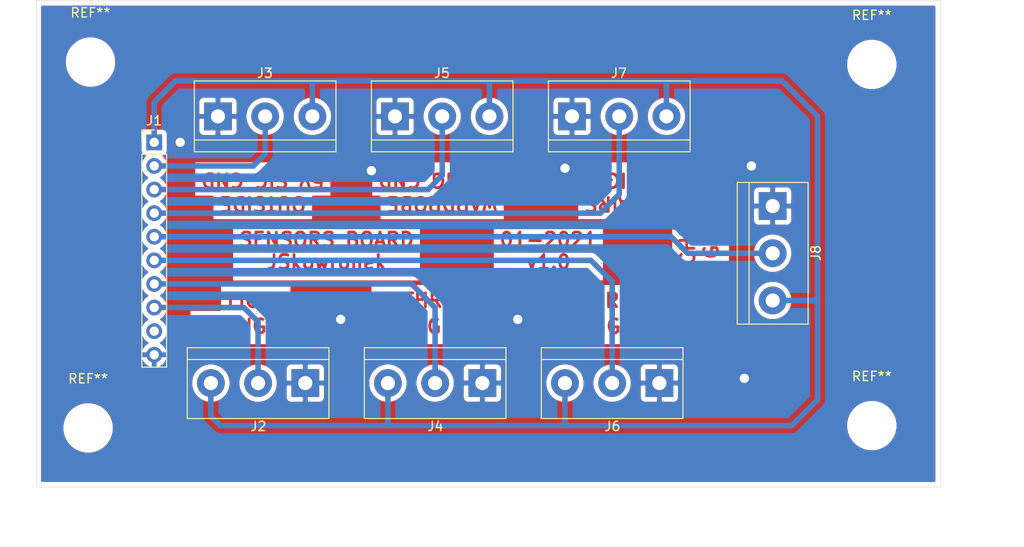
<source format=kicad_pcb>
(kicad_pcb (version 20171130) (host pcbnew 5.1.9-73d0e3b20d~88~ubuntu20.04.1)

  (general
    (thickness 1.6)
    (drawings 25)
    (tracks 54)
    (zones 0)
    (modules 12)
    (nets 11)
  )

  (page A4)
  (layers
    (0 F.Cu signal)
    (31 B.Cu signal)
    (32 B.Adhes user)
    (33 F.Adhes user)
    (34 B.Paste user)
    (35 F.Paste user)
    (36 B.SilkS user)
    (37 F.SilkS user)
    (38 B.Mask user)
    (39 F.Mask user)
    (40 Dwgs.User user)
    (41 Cmts.User user)
    (42 Eco1.User user)
    (43 Eco2.User user)
    (44 Edge.Cuts user)
    (45 Margin user)
    (46 B.CrtYd user)
    (47 F.CrtYd user)
    (48 B.Fab user)
    (49 F.Fab user)
  )

  (setup
    (last_trace_width 0.25)
    (trace_clearance 0.2)
    (zone_clearance 0.508)
    (zone_45_only no)
    (trace_min 0.2)
    (via_size 0.8)
    (via_drill 0.4)
    (via_min_size 0.4)
    (via_min_drill 0.3)
    (uvia_size 0.3)
    (uvia_drill 0.1)
    (uvias_allowed no)
    (uvia_min_size 0.2)
    (uvia_min_drill 0.1)
    (edge_width 0.05)
    (segment_width 0.2)
    (pcb_text_width 0.3)
    (pcb_text_size 1.5 1.5)
    (mod_edge_width 0.12)
    (mod_text_size 1 1)
    (mod_text_width 0.15)
    (pad_size 1.524 1.524)
    (pad_drill 0.762)
    (pad_to_mask_clearance 0)
    (aux_axis_origin 0 0)
    (visible_elements FFFFFF7F)
    (pcbplotparams
      (layerselection 0x01000_7fffffff)
      (usegerberextensions false)
      (usegerberattributes true)
      (usegerberadvancedattributes true)
      (creategerberjobfile true)
      (excludeedgelayer true)
      (linewidth 0.100000)
      (plotframeref false)
      (viasonmask false)
      (mode 1)
      (useauxorigin false)
      (hpglpennumber 1)
      (hpglpenspeed 20)
      (hpglpendiameter 15.000000)
      (psnegative false)
      (psa4output false)
      (plotreference true)
      (plotvalue true)
      (plotinvisibletext false)
      (padsonsilk false)
      (subtractmaskfromsilk false)
      (outputformat 4)
      (mirror true)
      (drillshape 1)
      (scaleselection 1)
      (outputdirectory "./"))
  )

  (net 0 "")
  (net 1 5V)
  (net 2 "Net-(J1-Pad2)")
  (net 3 "Net-(J1-Pad3)")
  (net 4 "Net-(J1-Pad4)")
  (net 5 "Net-(J1-Pad5)")
  (net 6 "Net-(J1-Pad6)")
  (net 7 "Net-(J1-Pad7)")
  (net 8 "Net-(J1-Pad8)")
  (net 9 "Net-(J1-Pad9)")
  (net 10 GND)

  (net_class Default "This is the default net class."
    (clearance 0.2)
    (trace_width 0.25)
    (via_dia 0.8)
    (via_drill 0.4)
    (uvia_dia 0.3)
    (uvia_drill 0.1)
    (add_net 5V)
    (add_net GND)
    (add_net "Net-(J1-Pad2)")
    (add_net "Net-(J1-Pad3)")
    (add_net "Net-(J1-Pad4)")
    (add_net "Net-(J1-Pad5)")
    (add_net "Net-(J1-Pad6)")
    (add_net "Net-(J1-Pad7)")
    (add_net "Net-(J1-Pad8)")
    (add_net "Net-(J1-Pad9)")
  )

  (module MountingHole:MountingHole_4.3mm_M4 (layer F.Cu) (tedit 56D1B4CB) (tstamp 5FFE727F)
    (at 117.348 120.396)
    (descr "Mounting Hole 4.3mm, no annular, M4")
    (tags "mounting hole 4.3mm no annular m4")
    (attr virtual)
    (fp_text reference REF** (at 0 -5.3) (layer F.SilkS)
      (effects (font (size 1 1) (thickness 0.15)))
    )
    (fp_text value MountingHole_4.3mm_M4 (at 0 5.3) (layer F.Fab)
      (effects (font (size 1 1) (thickness 0.15)))
    )
    (fp_circle (center 0 0) (end 4.55 0) (layer F.CrtYd) (width 0.05))
    (fp_circle (center 0 0) (end 4.3 0) (layer Cmts.User) (width 0.15))
    (fp_text user %R (at 0.3 0) (layer F.Fab)
      (effects (font (size 1 1) (thickness 0.15)))
    )
    (pad 1 np_thru_hole circle (at 0 0) (size 4.3 4.3) (drill 4.3) (layers *.Cu *.Mask))
  )

  (module MountingHole:MountingHole_4.3mm_M4 (layer F.Cu) (tedit 56D1B4CB) (tstamp 5FFE7262)
    (at 117.602 81.026)
    (descr "Mounting Hole 4.3mm, no annular, M4")
    (tags "mounting hole 4.3mm no annular m4")
    (attr virtual)
    (fp_text reference REF** (at 0 -5.3) (layer F.SilkS)
      (effects (font (size 1 1) (thickness 0.15)))
    )
    (fp_text value MountingHole_4.3mm_M4 (at 0 5.3) (layer F.Fab)
      (effects (font (size 1 1) (thickness 0.15)))
    )
    (fp_circle (center 0 0) (end 4.55 0) (layer F.CrtYd) (width 0.05))
    (fp_circle (center 0 0) (end 4.3 0) (layer Cmts.User) (width 0.15))
    (fp_text user %R (at 0.3 0) (layer F.Fab)
      (effects (font (size 1 1) (thickness 0.15)))
    )
    (pad 1 np_thru_hole circle (at 0 0) (size 4.3 4.3) (drill 4.3) (layers *.Cu *.Mask))
  )

  (module MountingHole:MountingHole_4.3mm_M4 (layer F.Cu) (tedit 56D1B4CB) (tstamp 5FFE7245)
    (at 201.676 81.28)
    (descr "Mounting Hole 4.3mm, no annular, M4")
    (tags "mounting hole 4.3mm no annular m4")
    (attr virtual)
    (fp_text reference REF** (at 0 -5.3) (layer F.SilkS)
      (effects (font (size 1 1) (thickness 0.15)))
    )
    (fp_text value MountingHole_4.3mm_M4 (at 0 5.3) (layer F.Fab)
      (effects (font (size 1 1) (thickness 0.15)))
    )
    (fp_circle (center 0 0) (end 4.55 0) (layer F.CrtYd) (width 0.05))
    (fp_circle (center 0 0) (end 4.3 0) (layer Cmts.User) (width 0.15))
    (fp_text user %R (at 0.3 0) (layer F.Fab)
      (effects (font (size 1 1) (thickness 0.15)))
    )
    (pad 1 np_thru_hole circle (at 0 0) (size 4.3 4.3) (drill 4.3) (layers *.Cu *.Mask))
  )

  (module MountingHole:MountingHole_4.3mm_M4 (layer F.Cu) (tedit 56D1B4CB) (tstamp 5FFE7228)
    (at 201.676 120.142)
    (descr "Mounting Hole 4.3mm, no annular, M4")
    (tags "mounting hole 4.3mm no annular m4")
    (attr virtual)
    (fp_text reference REF** (at 0 -5.3) (layer F.SilkS)
      (effects (font (size 1 1) (thickness 0.15)))
    )
    (fp_text value MountingHole_4.3mm_M4 (at 0 5.3) (layer F.Fab)
      (effects (font (size 1 1) (thickness 0.15)))
    )
    (fp_circle (center 0 0) (end 4.55 0) (layer F.CrtYd) (width 0.05))
    (fp_circle (center 0 0) (end 4.3 0) (layer Cmts.User) (width 0.15))
    (fp_text user %R (at 0.3 0) (layer F.Fab)
      (effects (font (size 1 1) (thickness 0.15)))
    )
    (pad 1 np_thru_hole circle (at 0 0) (size 4.3 4.3) (drill 4.3) (layers *.Cu *.Mask))
  )

  (module Connector_PinHeader_2.54mm:PinHeader_1x10_P2.54mm_Vertical (layer F.Cu) (tedit 59FED5CC) (tstamp 5FFE0D69)
    (at 124.46 89.662)
    (descr "Through hole straight pin header, 1x10, 2.54mm pitch, single row")
    (tags "Through hole pin header THT 1x10 2.54mm single row")
    (path /60018D12)
    (fp_text reference J1 (at 0 -2.33) (layer F.SilkS)
      (effects (font (size 1 1) (thickness 0.15)))
    )
    (fp_text value Sensor_Conn (at 0 25.19) (layer F.Fab)
      (effects (font (size 1 1) (thickness 0.15)))
    )
    (fp_line (start -0.635 -1.27) (end 1.27 -1.27) (layer F.Fab) (width 0.1))
    (fp_line (start 1.27 -1.27) (end 1.27 24.13) (layer F.Fab) (width 0.1))
    (fp_line (start 1.27 24.13) (end -1.27 24.13) (layer F.Fab) (width 0.1))
    (fp_line (start -1.27 24.13) (end -1.27 -0.635) (layer F.Fab) (width 0.1))
    (fp_line (start -1.27 -0.635) (end -0.635 -1.27) (layer F.Fab) (width 0.1))
    (fp_line (start -1.33 24.19) (end 1.33 24.19) (layer F.SilkS) (width 0.12))
    (fp_line (start -1.33 1.27) (end -1.33 24.19) (layer F.SilkS) (width 0.12))
    (fp_line (start 1.33 1.27) (end 1.33 24.19) (layer F.SilkS) (width 0.12))
    (fp_line (start -1.33 1.27) (end 1.33 1.27) (layer F.SilkS) (width 0.12))
    (fp_line (start -1.33 0) (end -1.33 -1.33) (layer F.SilkS) (width 0.12))
    (fp_line (start -1.33 -1.33) (end 0 -1.33) (layer F.SilkS) (width 0.12))
    (fp_line (start -1.8 -1.8) (end -1.8 24.65) (layer F.CrtYd) (width 0.05))
    (fp_line (start -1.8 24.65) (end 1.8 24.65) (layer F.CrtYd) (width 0.05))
    (fp_line (start 1.8 24.65) (end 1.8 -1.8) (layer F.CrtYd) (width 0.05))
    (fp_line (start 1.8 -1.8) (end -1.8 -1.8) (layer F.CrtYd) (width 0.05))
    (fp_text user %R (at 0 11.43 90) (layer F.Fab)
      (effects (font (size 1 1) (thickness 0.15)))
    )
    (pad 1 thru_hole rect (at 0 0) (size 1.7 1.7) (drill 1) (layers *.Cu *.Mask)
      (net 1 5V))
    (pad 2 thru_hole oval (at 0 2.54) (size 1.7 1.7) (drill 1) (layers *.Cu *.Mask)
      (net 2 "Net-(J1-Pad2)"))
    (pad 3 thru_hole oval (at 0 5.08) (size 1.7 1.7) (drill 1) (layers *.Cu *.Mask)
      (net 3 "Net-(J1-Pad3)"))
    (pad 4 thru_hole oval (at 0 7.62) (size 1.7 1.7) (drill 1) (layers *.Cu *.Mask)
      (net 4 "Net-(J1-Pad4)"))
    (pad 5 thru_hole oval (at 0 10.16) (size 1.7 1.7) (drill 1) (layers *.Cu *.Mask)
      (net 5 "Net-(J1-Pad5)"))
    (pad 6 thru_hole oval (at 0 12.7) (size 1.7 1.7) (drill 1) (layers *.Cu *.Mask)
      (net 6 "Net-(J1-Pad6)"))
    (pad 7 thru_hole oval (at 0 15.24) (size 1.7 1.7) (drill 1) (layers *.Cu *.Mask)
      (net 7 "Net-(J1-Pad7)"))
    (pad 8 thru_hole oval (at 0 17.78) (size 1.7 1.7) (drill 1) (layers *.Cu *.Mask)
      (net 8 "Net-(J1-Pad8)"))
    (pad 9 thru_hole oval (at 0 20.32) (size 1.7 1.7) (drill 1) (layers *.Cu *.Mask)
      (net 9 "Net-(J1-Pad9)"))
    (pad 10 thru_hole oval (at 0 22.86) (size 1.7 1.7) (drill 1) (layers *.Cu *.Mask)
      (net 10 GND))
    (model ${KISYS3DMOD}/Connector_PinHeader_2.54mm.3dshapes/PinHeader_1x10_P2.54mm_Vertical.wrl
      (at (xyz 0 0 0))
      (scale (xyz 1 1 1))
      (rotate (xyz 0 0 0))
    )
  )

  (module TerminalBlock:TerminalBlock_bornier-3_P5.08mm (layer F.Cu) (tedit 59FF03B9) (tstamp 5FFE0FC2)
    (at 140.716 115.57 180)
    (descr "simple 3-pin terminal block, pitch 5.08mm, revamped version of bornier3")
    (tags "terminal block bornier3")
    (path /6001AAFF)
    (fp_text reference J2 (at 5.05 -4.65) (layer F.SilkS)
      (effects (font (size 1 1) (thickness 0.15)))
    )
    (fp_text value SENSOR_LIGHT (at 5.08 5.08) (layer F.Fab)
      (effects (font (size 1 1) (thickness 0.15)))
    )
    (fp_line (start -2.47 2.55) (end 12.63 2.55) (layer F.Fab) (width 0.1))
    (fp_line (start -2.47 -3.75) (end 12.63 -3.75) (layer F.Fab) (width 0.1))
    (fp_line (start 12.63 -3.75) (end 12.63 3.75) (layer F.Fab) (width 0.1))
    (fp_line (start 12.63 3.75) (end -2.47 3.75) (layer F.Fab) (width 0.1))
    (fp_line (start -2.47 3.75) (end -2.47 -3.75) (layer F.Fab) (width 0.1))
    (fp_line (start -2.54 3.81) (end -2.54 -3.81) (layer F.SilkS) (width 0.12))
    (fp_line (start 12.7 3.81) (end 12.7 -3.81) (layer F.SilkS) (width 0.12))
    (fp_line (start -2.54 2.54) (end 12.7 2.54) (layer F.SilkS) (width 0.12))
    (fp_line (start -2.54 -3.81) (end 12.7 -3.81) (layer F.SilkS) (width 0.12))
    (fp_line (start -2.54 3.81) (end 12.7 3.81) (layer F.SilkS) (width 0.12))
    (fp_line (start -2.72 -4) (end 12.88 -4) (layer F.CrtYd) (width 0.05))
    (fp_line (start -2.72 -4) (end -2.72 4) (layer F.CrtYd) (width 0.05))
    (fp_line (start 12.88 4) (end 12.88 -4) (layer F.CrtYd) (width 0.05))
    (fp_line (start 12.88 4) (end -2.72 4) (layer F.CrtYd) (width 0.05))
    (fp_text user %R (at 5.08 0) (layer F.Fab)
      (effects (font (size 1 1) (thickness 0.15)))
    )
    (pad 1 thru_hole rect (at 0 0 180) (size 3 3) (drill 1.52) (layers *.Cu *.Mask)
      (net 10 GND))
    (pad 2 thru_hole circle (at 5.08 0 180) (size 3 3) (drill 1.52) (layers *.Cu *.Mask)
      (net 8 "Net-(J1-Pad8)"))
    (pad 3 thru_hole circle (at 10.16 0 180) (size 3 3) (drill 1.52) (layers *.Cu *.Mask)
      (net 1 5V))
    (model ${KISYS3DMOD}/TerminalBlock.3dshapes/TerminalBlock_bornier-3_P5.08mm.wrl
      (offset (xyz 5.079999923706055 0 0))
      (scale (xyz 1 1 1))
      (rotate (xyz 0 0 0))
    )
  )

  (module TerminalBlock:TerminalBlock_bornier-3_P5.08mm (layer F.Cu) (tedit 59FF03B9) (tstamp 5FFE102C)
    (at 131.318 86.868)
    (descr "simple 3-pin terminal block, pitch 5.08mm, revamped version of bornier3")
    (tags "terminal block bornier3")
    (path /6001D103)
    (fp_text reference J3 (at 5.05 -4.65) (layer F.SilkS)
      (effects (font (size 1 1) (thickness 0.15)))
    )
    (fp_text value SENSOR_OUTSIDE (at 5.08 5.08) (layer F.Fab)
      (effects (font (size 1 1) (thickness 0.15)))
    )
    (fp_line (start 12.88 4) (end -2.72 4) (layer F.CrtYd) (width 0.05))
    (fp_line (start 12.88 4) (end 12.88 -4) (layer F.CrtYd) (width 0.05))
    (fp_line (start -2.72 -4) (end -2.72 4) (layer F.CrtYd) (width 0.05))
    (fp_line (start -2.72 -4) (end 12.88 -4) (layer F.CrtYd) (width 0.05))
    (fp_line (start -2.54 3.81) (end 12.7 3.81) (layer F.SilkS) (width 0.12))
    (fp_line (start -2.54 -3.81) (end 12.7 -3.81) (layer F.SilkS) (width 0.12))
    (fp_line (start -2.54 2.54) (end 12.7 2.54) (layer F.SilkS) (width 0.12))
    (fp_line (start 12.7 3.81) (end 12.7 -3.81) (layer F.SilkS) (width 0.12))
    (fp_line (start -2.54 3.81) (end -2.54 -3.81) (layer F.SilkS) (width 0.12))
    (fp_line (start -2.47 3.75) (end -2.47 -3.75) (layer F.Fab) (width 0.1))
    (fp_line (start 12.63 3.75) (end -2.47 3.75) (layer F.Fab) (width 0.1))
    (fp_line (start 12.63 -3.75) (end 12.63 3.75) (layer F.Fab) (width 0.1))
    (fp_line (start -2.47 -3.75) (end 12.63 -3.75) (layer F.Fab) (width 0.1))
    (fp_line (start -2.47 2.55) (end 12.63 2.55) (layer F.Fab) (width 0.1))
    (fp_text user %R (at 5.08 0) (layer F.Fab)
      (effects (font (size 1 1) (thickness 0.15)))
    )
    (pad 3 thru_hole circle (at 10.16 0) (size 3 3) (drill 1.52) (layers *.Cu *.Mask)
      (net 1 5V))
    (pad 2 thru_hole circle (at 5.08 0) (size 3 3) (drill 1.52) (layers *.Cu *.Mask)
      (net 2 "Net-(J1-Pad2)"))
    (pad 1 thru_hole rect (at 0 0) (size 3 3) (drill 1.52) (layers *.Cu *.Mask)
      (net 10 GND))
    (model ${KISYS3DMOD}/TerminalBlock.3dshapes/TerminalBlock_bornier-3_P5.08mm.wrl
      (offset (xyz 5.079999923706055 0 0))
      (scale (xyz 1 1 1))
      (rotate (xyz 0 0 0))
    )
  )

  (module TerminalBlock:TerminalBlock_bornier-3_P5.08mm (layer F.Cu) (tedit 59FF03B9) (tstamp 5FFE0DAB)
    (at 159.766 115.57 180)
    (descr "simple 3-pin terminal block, pitch 5.08mm, revamped version of bornier3")
    (tags "terminal block bornier3")
    (path /6001C3E7)
    (fp_text reference J4 (at 5.05 -4.65) (layer F.SilkS)
      (effects (font (size 1 1) (thickness 0.15)))
    )
    (fp_text value SENSOR_BATHROOM (at 5.08 5.08) (layer F.Fab)
      (effects (font (size 1 1) (thickness 0.15)))
    )
    (fp_line (start 12.88 4) (end -2.72 4) (layer F.CrtYd) (width 0.05))
    (fp_line (start 12.88 4) (end 12.88 -4) (layer F.CrtYd) (width 0.05))
    (fp_line (start -2.72 -4) (end -2.72 4) (layer F.CrtYd) (width 0.05))
    (fp_line (start -2.72 -4) (end 12.88 -4) (layer F.CrtYd) (width 0.05))
    (fp_line (start -2.54 3.81) (end 12.7 3.81) (layer F.SilkS) (width 0.12))
    (fp_line (start -2.54 -3.81) (end 12.7 -3.81) (layer F.SilkS) (width 0.12))
    (fp_line (start -2.54 2.54) (end 12.7 2.54) (layer F.SilkS) (width 0.12))
    (fp_line (start 12.7 3.81) (end 12.7 -3.81) (layer F.SilkS) (width 0.12))
    (fp_line (start -2.54 3.81) (end -2.54 -3.81) (layer F.SilkS) (width 0.12))
    (fp_line (start -2.47 3.75) (end -2.47 -3.75) (layer F.Fab) (width 0.1))
    (fp_line (start 12.63 3.75) (end -2.47 3.75) (layer F.Fab) (width 0.1))
    (fp_line (start 12.63 -3.75) (end 12.63 3.75) (layer F.Fab) (width 0.1))
    (fp_line (start -2.47 -3.75) (end 12.63 -3.75) (layer F.Fab) (width 0.1))
    (fp_line (start -2.47 2.55) (end 12.63 2.55) (layer F.Fab) (width 0.1))
    (fp_text user %R (at 5.08 0) (layer F.Fab)
      (effects (font (size 1 1) (thickness 0.15)))
    )
    (pad 3 thru_hole circle (at 10.16 0 180) (size 3 3) (drill 1.52) (layers *.Cu *.Mask)
      (net 1 5V))
    (pad 2 thru_hole circle (at 5.08 0 180) (size 3 3) (drill 1.52) (layers *.Cu *.Mask)
      (net 7 "Net-(J1-Pad7)"))
    (pad 1 thru_hole rect (at 0 0 180) (size 3 3) (drill 1.52) (layers *.Cu *.Mask)
      (net 10 GND))
    (model ${KISYS3DMOD}/TerminalBlock.3dshapes/TerminalBlock_bornier-3_P5.08mm.wrl
      (offset (xyz 5.079999923706055 0 0))
      (scale (xyz 1 1 1))
      (rotate (xyz 0 0 0))
    )
  )

  (module TerminalBlock:TerminalBlock_bornier-3_P5.08mm (layer F.Cu) (tedit 59FF03B9) (tstamp 5FFE0DC1)
    (at 150.368 86.868)
    (descr "simple 3-pin terminal block, pitch 5.08mm, revamped version of bornier3")
    (tags "terminal block bornier3")
    (path /6001DE6B)
    (fp_text reference J5 (at 5.05 -4.65) (layer F.SilkS)
      (effects (font (size 1 1) (thickness 0.15)))
    )
    (fp_text value SENSOR_WARDROBE (at 5.08 5.08) (layer F.Fab)
      (effects (font (size 1 1) (thickness 0.15)))
    )
    (fp_line (start -2.47 2.55) (end 12.63 2.55) (layer F.Fab) (width 0.1))
    (fp_line (start -2.47 -3.75) (end 12.63 -3.75) (layer F.Fab) (width 0.1))
    (fp_line (start 12.63 -3.75) (end 12.63 3.75) (layer F.Fab) (width 0.1))
    (fp_line (start 12.63 3.75) (end -2.47 3.75) (layer F.Fab) (width 0.1))
    (fp_line (start -2.47 3.75) (end -2.47 -3.75) (layer F.Fab) (width 0.1))
    (fp_line (start -2.54 3.81) (end -2.54 -3.81) (layer F.SilkS) (width 0.12))
    (fp_line (start 12.7 3.81) (end 12.7 -3.81) (layer F.SilkS) (width 0.12))
    (fp_line (start -2.54 2.54) (end 12.7 2.54) (layer F.SilkS) (width 0.12))
    (fp_line (start -2.54 -3.81) (end 12.7 -3.81) (layer F.SilkS) (width 0.12))
    (fp_line (start -2.54 3.81) (end 12.7 3.81) (layer F.SilkS) (width 0.12))
    (fp_line (start -2.72 -4) (end 12.88 -4) (layer F.CrtYd) (width 0.05))
    (fp_line (start -2.72 -4) (end -2.72 4) (layer F.CrtYd) (width 0.05))
    (fp_line (start 12.88 4) (end 12.88 -4) (layer F.CrtYd) (width 0.05))
    (fp_line (start 12.88 4) (end -2.72 4) (layer F.CrtYd) (width 0.05))
    (fp_text user %R (at 5.08 0) (layer F.Fab)
      (effects (font (size 1 1) (thickness 0.15)))
    )
    (pad 1 thru_hole rect (at 0 0) (size 3 3) (drill 1.52) (layers *.Cu *.Mask)
      (net 10 GND))
    (pad 2 thru_hole circle (at 5.08 0) (size 3 3) (drill 1.52) (layers *.Cu *.Mask)
      (net 3 "Net-(J1-Pad3)"))
    (pad 3 thru_hole circle (at 10.16 0) (size 3 3) (drill 1.52) (layers *.Cu *.Mask)
      (net 1 5V))
    (model ${KISYS3DMOD}/TerminalBlock.3dshapes/TerminalBlock_bornier-3_P5.08mm.wrl
      (offset (xyz 5.079999923706055 0 0))
      (scale (xyz 1 1 1))
      (rotate (xyz 0 0 0))
    )
  )

  (module TerminalBlock:TerminalBlock_bornier-3_P5.08mm (layer F.Cu) (tedit 59FF03B9) (tstamp 5FFE0DD7)
    (at 178.816 115.57 180)
    (descr "simple 3-pin terminal block, pitch 5.08mm, revamped version of bornier3")
    (tags "terminal block bornier3")
    (path /6001CA27)
    (fp_text reference J6 (at 5.05 -4.65) (layer F.SilkS)
      (effects (font (size 1 1) (thickness 0.15)))
    )
    (fp_text value SENSOR_BEDROOM (at 5.08 5.08) (layer F.Fab)
      (effects (font (size 1 1) (thickness 0.15)))
    )
    (fp_line (start -2.47 2.55) (end 12.63 2.55) (layer F.Fab) (width 0.1))
    (fp_line (start -2.47 -3.75) (end 12.63 -3.75) (layer F.Fab) (width 0.1))
    (fp_line (start 12.63 -3.75) (end 12.63 3.75) (layer F.Fab) (width 0.1))
    (fp_line (start 12.63 3.75) (end -2.47 3.75) (layer F.Fab) (width 0.1))
    (fp_line (start -2.47 3.75) (end -2.47 -3.75) (layer F.Fab) (width 0.1))
    (fp_line (start -2.54 3.81) (end -2.54 -3.81) (layer F.SilkS) (width 0.12))
    (fp_line (start 12.7 3.81) (end 12.7 -3.81) (layer F.SilkS) (width 0.12))
    (fp_line (start -2.54 2.54) (end 12.7 2.54) (layer F.SilkS) (width 0.12))
    (fp_line (start -2.54 -3.81) (end 12.7 -3.81) (layer F.SilkS) (width 0.12))
    (fp_line (start -2.54 3.81) (end 12.7 3.81) (layer F.SilkS) (width 0.12))
    (fp_line (start -2.72 -4) (end 12.88 -4) (layer F.CrtYd) (width 0.05))
    (fp_line (start -2.72 -4) (end -2.72 4) (layer F.CrtYd) (width 0.05))
    (fp_line (start 12.88 4) (end 12.88 -4) (layer F.CrtYd) (width 0.05))
    (fp_line (start 12.88 4) (end -2.72 4) (layer F.CrtYd) (width 0.05))
    (fp_text user %R (at 5.08 0) (layer F.Fab)
      (effects (font (size 1 1) (thickness 0.15)))
    )
    (pad 1 thru_hole rect (at 0 0 180) (size 3 3) (drill 1.52) (layers *.Cu *.Mask)
      (net 10 GND))
    (pad 2 thru_hole circle (at 5.08 0 180) (size 3 3) (drill 1.52) (layers *.Cu *.Mask)
      (net 6 "Net-(J1-Pad6)"))
    (pad 3 thru_hole circle (at 10.16 0 180) (size 3 3) (drill 1.52) (layers *.Cu *.Mask)
      (net 1 5V))
    (model ${KISYS3DMOD}/TerminalBlock.3dshapes/TerminalBlock_bornier-3_P5.08mm.wrl
      (offset (xyz 5.079999923706055 0 0))
      (scale (xyz 1 1 1))
      (rotate (xyz 0 0 0))
    )
  )

  (module TerminalBlock:TerminalBlock_bornier-3_P5.08mm (layer F.Cu) (tedit 59FF03B9) (tstamp 5FFE0DED)
    (at 169.418 86.868)
    (descr "simple 3-pin terminal block, pitch 5.08mm, revamped version of bornier3")
    (tags "terminal block bornier3")
    (path /6001E275)
    (fp_text reference J7 (at 5.05 -4.65) (layer F.SilkS)
      (effects (font (size 1 1) (thickness 0.15)))
    )
    (fp_text value SENSOR_STAIRS (at 5.08 5.08) (layer F.Fab)
      (effects (font (size 1 1) (thickness 0.15)))
    )
    (fp_line (start 12.88 4) (end -2.72 4) (layer F.CrtYd) (width 0.05))
    (fp_line (start 12.88 4) (end 12.88 -4) (layer F.CrtYd) (width 0.05))
    (fp_line (start -2.72 -4) (end -2.72 4) (layer F.CrtYd) (width 0.05))
    (fp_line (start -2.72 -4) (end 12.88 -4) (layer F.CrtYd) (width 0.05))
    (fp_line (start -2.54 3.81) (end 12.7 3.81) (layer F.SilkS) (width 0.12))
    (fp_line (start -2.54 -3.81) (end 12.7 -3.81) (layer F.SilkS) (width 0.12))
    (fp_line (start -2.54 2.54) (end 12.7 2.54) (layer F.SilkS) (width 0.12))
    (fp_line (start 12.7 3.81) (end 12.7 -3.81) (layer F.SilkS) (width 0.12))
    (fp_line (start -2.54 3.81) (end -2.54 -3.81) (layer F.SilkS) (width 0.12))
    (fp_line (start -2.47 3.75) (end -2.47 -3.75) (layer F.Fab) (width 0.1))
    (fp_line (start 12.63 3.75) (end -2.47 3.75) (layer F.Fab) (width 0.1))
    (fp_line (start 12.63 -3.75) (end 12.63 3.75) (layer F.Fab) (width 0.1))
    (fp_line (start -2.47 -3.75) (end 12.63 -3.75) (layer F.Fab) (width 0.1))
    (fp_line (start -2.47 2.55) (end 12.63 2.55) (layer F.Fab) (width 0.1))
    (fp_text user %R (at 5.08 0) (layer F.Fab)
      (effects (font (size 1 1) (thickness 0.15)))
    )
    (pad 3 thru_hole circle (at 10.16 0) (size 3 3) (drill 1.52) (layers *.Cu *.Mask)
      (net 1 5V))
    (pad 2 thru_hole circle (at 5.08 0) (size 3 3) (drill 1.52) (layers *.Cu *.Mask)
      (net 4 "Net-(J1-Pad4)"))
    (pad 1 thru_hole rect (at 0 0) (size 3 3) (drill 1.52) (layers *.Cu *.Mask)
      (net 10 GND))
    (model ${KISYS3DMOD}/TerminalBlock.3dshapes/TerminalBlock_bornier-3_P5.08mm.wrl
      (offset (xyz 5.079999923706055 0 0))
      (scale (xyz 1 1 1))
      (rotate (xyz 0 0 0))
    )
  )

  (module TerminalBlock:TerminalBlock_bornier-3_P5.08mm (layer F.Cu) (tedit 59FF03B9) (tstamp 5FFE0E03)
    (at 191.008 96.52 270)
    (descr "simple 3-pin terminal block, pitch 5.08mm, revamped version of bornier3")
    (tags "terminal block bornier3")
    (path /6001E6B3)
    (fp_text reference J8 (at 5.05 -4.65 90) (layer F.SilkS)
      (effects (font (size 1 1) (thickness 0.15)))
    )
    (fp_text value SENSOR_KITCHEN (at 5.08 5.08 90) (layer F.Fab)
      (effects (font (size 1 1) (thickness 0.15)))
    )
    (fp_line (start -2.47 2.55) (end 12.63 2.55) (layer F.Fab) (width 0.1))
    (fp_line (start -2.47 -3.75) (end 12.63 -3.75) (layer F.Fab) (width 0.1))
    (fp_line (start 12.63 -3.75) (end 12.63 3.75) (layer F.Fab) (width 0.1))
    (fp_line (start 12.63 3.75) (end -2.47 3.75) (layer F.Fab) (width 0.1))
    (fp_line (start -2.47 3.75) (end -2.47 -3.75) (layer F.Fab) (width 0.1))
    (fp_line (start -2.54 3.81) (end -2.54 -3.81) (layer F.SilkS) (width 0.12))
    (fp_line (start 12.7 3.81) (end 12.7 -3.81) (layer F.SilkS) (width 0.12))
    (fp_line (start -2.54 2.54) (end 12.7 2.54) (layer F.SilkS) (width 0.12))
    (fp_line (start -2.54 -3.81) (end 12.7 -3.81) (layer F.SilkS) (width 0.12))
    (fp_line (start -2.54 3.81) (end 12.7 3.81) (layer F.SilkS) (width 0.12))
    (fp_line (start -2.72 -4) (end 12.88 -4) (layer F.CrtYd) (width 0.05))
    (fp_line (start -2.72 -4) (end -2.72 4) (layer F.CrtYd) (width 0.05))
    (fp_line (start 12.88 4) (end 12.88 -4) (layer F.CrtYd) (width 0.05))
    (fp_line (start 12.88 4) (end -2.72 4) (layer F.CrtYd) (width 0.05))
    (fp_text user %R (at 5.08 0 90) (layer F.Fab)
      (effects (font (size 1 1) (thickness 0.15)))
    )
    (pad 1 thru_hole rect (at 0 0 270) (size 3 3) (drill 1.52) (layers *.Cu *.Mask)
      (net 10 GND))
    (pad 2 thru_hole circle (at 5.08 0 270) (size 3 3) (drill 1.52) (layers *.Cu *.Mask)
      (net 5 "Net-(J1-Pad5)"))
    (pad 3 thru_hole circle (at 10.16 0 270) (size 3 3) (drill 1.52) (layers *.Cu *.Mask)
      (net 1 5V))
    (model ${KISYS3DMOD}/TerminalBlock.3dshapes/TerminalBlock_bornier-3_P5.08mm.wrl
      (offset (xyz 5.079999923706055 0 0))
      (scale (xyz 1 1 1))
      (rotate (xyz 0 0 0))
    )
  )

  (gr_text "01-2021\nv1.0" (at 166.878 101.346) (layer F.Cu)
    (effects (font (size 1.5 1.5) (thickness 0.3)))
  )
  (gr_text "SENSORS BOARD\nJSkowronek" (at 143.002 101.346) (layer F.Cu)
    (effects (font (size 1.5 1.5) (thickness 0.3)))
  )
  (gr_text OUTSIDE (at 136.144 96.266 180) (layer F.Cu) (tstamp 5FFE7310)
    (effects (font (size 1.5 1.5) (thickness 0.3)))
  )
  (gr_text WARDROBE (at 155.448 96.266 180) (layer F.Cu) (tstamp 5FFE7310)
    (effects (font (size 1.5 1.5) (thickness 0.3)))
  )
  (gr_text STAIRS (at 174.498 96.266 180) (layer F.Cu) (tstamp 5FFE7310)
    (effects (font (size 1.5 1.5) (thickness 0.3)))
  )
  (gr_text KITCHEN (at 181.864 101.6 90) (layer F.Cu) (tstamp 5FFE7304)
    (effects (font (size 1.5 1.5) (thickness 0.3)))
  )
  (gr_text BEDROOM (at 173.99 106.68) (layer F.Cu) (tstamp 5FFE7304)
    (effects (font (size 1.5 1.5) (thickness 0.3)))
  )
  (gr_text BATHROOM (at 154.432 106.68) (layer F.Cu) (tstamp 5FFE7304)
    (effects (font (size 1.5 1.5) (thickness 0.3)))
  )
  (gr_text LIGHT (at 135.382 106.68) (layer F.Cu)
    (effects (font (size 1.5 1.5) (thickness 0.3)))
  )
  (gr_text "5V SIG GND" (at 184.404 101.6 90) (layer F.Cu) (tstamp 5FFE72FC)
    (effects (font (size 1.5 1.5) (thickness 0.3)))
  )
  (gr_text "5V SIG GND" (at 173.736 109.474) (layer F.Cu) (tstamp 5FFE72FC)
    (effects (font (size 1.5 1.5) (thickness 0.3)))
  )
  (gr_text "5V SIG GND" (at 154.432 109.474) (layer F.Cu) (tstamp 5FFE72FC)
    (effects (font (size 1.5 1.5) (thickness 0.3)))
  )
  (gr_text "5V SIG GND" (at 135.636 109.474) (layer F.Cu) (tstamp 5FFE72F5)
    (effects (font (size 1.5 1.5) (thickness 0.3)))
  )
  (gr_text "5V SIG GND" (at 173.99 93.726 180) (layer F.Cu) (tstamp 5FFE72EF)
    (effects (font (size 1.5 1.5) (thickness 0.3)))
  )
  (gr_text "5V SIG GND" (at 155.194 93.726 180) (layer F.Cu) (tstamp 5FFE72EF)
    (effects (font (size 1.5 1.5) (thickness 0.3)))
  )
  (gr_text "5V SIG GND" (at 136.144 93.726 180) (layer F.Cu)
    (effects (font (size 1.5 1.5) (thickness 0.3)))
  )
  (gr_text SENSORS_OUTPUT (at 117.856 101.092 270) (layer F.Cu)
    (effects (font (size 1.5 1.5) (thickness 0.3)))
  )
  (dimension 52.324 (width 0.15) (layer Dwgs.User)
    (gr_text "52.324 mm" (at 216.692 100.584 90) (layer Dwgs.User)
      (effects (font (size 1 1) (thickness 0.15)))
    )
    (feature1 (pts (xy 209.042 74.422) (xy 215.978421 74.422)))
    (feature2 (pts (xy 209.042 126.746) (xy 215.978421 126.746)))
    (crossbar (pts (xy 215.392 126.746) (xy 215.392 74.422)))
    (arrow1a (pts (xy 215.392 74.422) (xy 215.978421 75.548504)))
    (arrow1b (pts (xy 215.392 74.422) (xy 214.805579 75.548504)))
    (arrow2a (pts (xy 215.392 126.746) (xy 215.978421 125.619496)))
    (arrow2b (pts (xy 215.392 126.746) (xy 214.805579 125.619496)))
  )
  (dimension 97.282 (width 0.15) (layer Dwgs.User)
    (gr_text "97.282 mm" (at 160.401 133.887999) (layer Dwgs.User)
      (effects (font (size 1 1) (thickness 0.15)))
    )
    (feature1 (pts (xy 209.042 126.746) (xy 209.042 133.17442)))
    (feature2 (pts (xy 111.76 126.746) (xy 111.76 133.17442)))
    (crossbar (pts (xy 111.76 132.587999) (xy 209.042 132.587999)))
    (arrow1a (pts (xy 209.042 132.587999) (xy 207.915496 133.17442)))
    (arrow1b (pts (xy 209.042 132.587999) (xy 207.915496 132.001578)))
    (arrow2a (pts (xy 111.76 132.587999) (xy 112.886504 133.17442)))
    (arrow2b (pts (xy 111.76 132.587999) (xy 112.886504 132.001578)))
  )
  (gr_line (start 209.042 74.422) (end 111.76 74.422) (layer Edge.Cuts) (width 0.05) (tstamp 5FFE729C))
  (gr_line (start 201.93 126.746) (end 209.042 126.746) (layer Edge.Cuts) (width 0.05) (tstamp 5FFE728A))
  (gr_line (start 209.042 74.422) (end 209.042 126.746) (layer Edge.Cuts) (width 0.05))
  (gr_line (start 111.76 126.746) (end 111.76 74.422) (layer Edge.Cuts) (width 0.05) (tstamp 5FFE7281))
  (gr_line (start 116.078 126.746) (end 111.76 126.746) (layer Edge.Cuts) (width 0.05))
  (gr_line (start 116.078 126.746) (end 201.93 126.746) (layer Edge.Cuts) (width 0.05))

  (segment (start 131.572 120.142) (end 130.556 119.126) (width 0.6) (layer B.Cu) (net 1))
  (segment (start 195.834 117.348) (end 193.04 120.142) (width 0.6) (layer B.Cu) (net 1))
  (segment (start 192.024 83.058) (end 195.834 86.868) (width 0.6) (layer B.Cu) (net 1))
  (segment (start 130.556 119.126) (end 130.556 115.57) (width 0.6) (layer B.Cu) (net 1))
  (segment (start 141.478 86.868) (end 141.478 83.058) (width 0.6) (layer B.Cu) (net 1))
  (segment (start 160.528 83.312) (end 160.274 83.058) (width 0.6) (layer B.Cu) (net 1))
  (segment (start 160.528 86.868) (end 160.528 83.312) (width 0.6) (layer B.Cu) (net 1))
  (segment (start 141.478 83.058) (end 160.274 83.058) (width 0.6) (layer B.Cu) (net 1))
  (segment (start 179.578 83.312) (end 179.832 83.058) (width 0.6) (layer B.Cu) (net 1))
  (segment (start 179.578 86.868) (end 179.578 83.312) (width 0.6) (layer B.Cu) (net 1))
  (segment (start 179.832 83.058) (end 192.024 83.058) (width 0.6) (layer B.Cu) (net 1))
  (segment (start 160.274 83.058) (end 179.832 83.058) (width 0.6) (layer B.Cu) (net 1))
  (segment (start 195.58 106.68) (end 195.834 106.426) (width 0.6) (layer B.Cu) (net 1))
  (segment (start 190.5 106.68) (end 195.58 106.68) (width 0.6) (layer B.Cu) (net 1))
  (segment (start 195.834 106.426) (end 195.834 117.348) (width 0.6) (layer B.Cu) (net 1))
  (segment (start 195.834 86.868) (end 195.834 106.426) (width 0.6) (layer B.Cu) (net 1))
  (segment (start 168.656 119.888) (end 168.91 120.142) (width 0.6) (layer B.Cu) (net 1))
  (segment (start 168.656 115.57) (end 168.656 119.888) (width 0.6) (layer B.Cu) (net 1))
  (segment (start 193.04 120.142) (end 168.91 120.142) (width 0.6) (layer B.Cu) (net 1))
  (segment (start 149.606 119.888) (end 149.352 120.142) (width 0.6) (layer B.Cu) (net 1))
  (segment (start 149.606 115.57) (end 149.606 119.888) (width 0.6) (layer B.Cu) (net 1))
  (segment (start 149.352 120.142) (end 131.572 120.142) (width 0.6) (layer B.Cu) (net 1))
  (segment (start 168.91 120.142) (end 149.352 120.142) (width 0.6) (layer B.Cu) (net 1))
  (segment (start 124.46 85.344) (end 126.746 83.058) (width 0.6) (layer B.Cu) (net 1))
  (segment (start 124.46 89.408) (end 124.46 85.344) (width 0.6) (layer B.Cu) (net 1))
  (segment (start 126.746 83.058) (end 141.478 83.058) (width 0.6) (layer B.Cu) (net 1))
  (segment (start 136.398 90.932) (end 136.398 86.868) (width 0.6) (layer B.Cu) (net 2))
  (segment (start 135.128 92.202) (end 136.398 90.932) (width 0.6) (layer B.Cu) (net 2))
  (segment (start 124.46 92.202) (end 135.128 92.202) (width 0.6) (layer B.Cu) (net 2))
  (segment (start 155.448 93.218) (end 155.448 86.868) (width 0.6) (layer B.Cu) (net 3))
  (segment (start 153.924 94.742) (end 155.448 93.218) (width 0.6) (layer B.Cu) (net 3))
  (segment (start 124.46 94.742) (end 153.924 94.742) (width 0.6) (layer B.Cu) (net 3))
  (segment (start 174.498 95.25) (end 174.498 86.868) (width 0.6) (layer B.Cu) (net 4))
  (segment (start 172.466 97.282) (end 174.498 95.25) (width 0.6) (layer B.Cu) (net 4))
  (segment (start 124.46 97.282) (end 172.466 97.282) (width 0.6) (layer B.Cu) (net 4))
  (segment (start 181.864 101.6) (end 191.008 101.6) (width 0.6) (layer B.Cu) (net 5))
  (segment (start 180.086 99.822) (end 181.864 101.6) (width 0.6) (layer B.Cu) (net 5))
  (segment (start 124.46 99.822) (end 180.086 99.822) (width 0.6) (layer B.Cu) (net 5))
  (segment (start 124.46 102.362) (end 171.45 102.362) (width 0.6) (layer B.Cu) (net 6))
  (segment (start 173.736 104.648) (end 173.736 115.57) (width 0.6) (layer B.Cu) (net 6))
  (segment (start 171.45 102.362) (end 173.736 104.648) (width 0.6) (layer B.Cu) (net 6))
  (segment (start 154.686 107.442) (end 154.686 115.57) (width 0.6) (layer B.Cu) (net 7))
  (segment (start 152.146 104.902) (end 154.686 107.442) (width 0.6) (layer B.Cu) (net 7))
  (segment (start 124.46 104.902) (end 152.146 104.902) (width 0.6) (layer B.Cu) (net 7))
  (segment (start 124.46 107.442) (end 134.112 107.442) (width 0.6) (layer B.Cu) (net 8))
  (segment (start 135.636 108.966) (end 135.636 115.57) (width 0.6) (layer B.Cu) (net 8))
  (segment (start 134.112 107.442) (end 135.636 108.966) (width 0.6) (layer B.Cu) (net 8))
  (via (at 127.254 89.662) (size 2) (drill 1) (layers F.Cu B.Cu) (net 10))
  (via (at 147.828 92.71) (size 2) (drill 1) (layers F.Cu B.Cu) (net 10))
  (via (at 168.656 92.456) (size 2) (drill 1) (layers F.Cu B.Cu) (net 10))
  (via (at 188.722 92.202) (size 2) (drill 1) (layers F.Cu B.Cu) (net 10))
  (via (at 187.96 115.062) (size 2) (drill 1) (layers F.Cu B.Cu) (net 10))
  (via (at 144.526 108.712) (size 2) (drill 1) (layers F.Cu B.Cu) (net 10))
  (via (at 163.576 108.712) (size 2) (drill 1) (layers F.Cu B.Cu) (net 10))

  (zone (net 10) (net_name GND) (layer B.Cu) (tstamp 5FFF1284) (hatch edge 0.508)
    (connect_pads (clearance 0.508))
    (min_thickness 0.254)
    (fill yes (arc_segments 32) (thermal_gap 0.508) (thermal_bridge_width 0.508))
    (polygon
      (pts
        (xy 209.042 126.746) (xy 111.76 126.746) (xy 111.76 74.422) (xy 209.042 74.422)
      )
    )
    (filled_polygon
      (pts
        (xy 208.382001 126.086) (xy 112.42 126.086) (xy 112.42 120.121701) (xy 114.563 120.121701) (xy 114.563 120.670299)
        (xy 114.670026 121.208354) (xy 114.879965 121.715192) (xy 115.18475 122.171334) (xy 115.572666 122.55925) (xy 116.028808 122.864035)
        (xy 116.535646 123.073974) (xy 117.073701 123.181) (xy 117.622299 123.181) (xy 118.160354 123.073974) (xy 118.667192 122.864035)
        (xy 119.123334 122.55925) (xy 119.51125 122.171334) (xy 119.816035 121.715192) (xy 120.025974 121.208354) (xy 120.133 120.670299)
        (xy 120.133 120.121701) (xy 120.025974 119.583646) (xy 119.816035 119.076808) (xy 119.51125 118.620666) (xy 119.123334 118.23275)
        (xy 118.667192 117.927965) (xy 118.160354 117.718026) (xy 117.622299 117.611) (xy 117.073701 117.611) (xy 116.535646 117.718026)
        (xy 116.028808 117.927965) (xy 115.572666 118.23275) (xy 115.18475 118.620666) (xy 114.879965 119.076808) (xy 114.670026 119.583646)
        (xy 114.563 120.121701) (xy 112.42 120.121701) (xy 112.42 112.87889) (xy 123.018524 112.87889) (xy 123.063175 113.026099)
        (xy 123.188359 113.28892) (xy 123.362412 113.522269) (xy 123.578645 113.717178) (xy 123.828748 113.866157) (xy 124.103109 113.963481)
        (xy 124.333 113.842814) (xy 124.333 112.649) (xy 124.587 112.649) (xy 124.587 113.842814) (xy 124.816891 113.963481)
        (xy 125.091252 113.866157) (xy 125.341355 113.717178) (xy 125.557588 113.522269) (xy 125.731641 113.28892) (xy 125.856825 113.026099)
        (xy 125.901476 112.87889) (xy 125.780155 112.649) (xy 124.587 112.649) (xy 124.333 112.649) (xy 123.139845 112.649)
        (xy 123.018524 112.87889) (xy 112.42 112.87889) (xy 112.42 88.812) (xy 122.971928 88.812) (xy 122.971928 90.512)
        (xy 122.984188 90.636482) (xy 123.020498 90.75618) (xy 123.079463 90.866494) (xy 123.158815 90.963185) (xy 123.255506 91.042537)
        (xy 123.36582 91.101502) (xy 123.43838 91.123513) (xy 123.306525 91.255368) (xy 123.14401 91.498589) (xy 123.032068 91.768842)
        (xy 122.975 92.05574) (xy 122.975 92.34826) (xy 123.032068 92.635158) (xy 123.14401 92.905411) (xy 123.306525 93.148632)
        (xy 123.513368 93.355475) (xy 123.68776 93.472) (xy 123.513368 93.588525) (xy 123.306525 93.795368) (xy 123.14401 94.038589)
        (xy 123.032068 94.308842) (xy 122.975 94.59574) (xy 122.975 94.88826) (xy 123.032068 95.175158) (xy 123.14401 95.445411)
        (xy 123.306525 95.688632) (xy 123.513368 95.895475) (xy 123.68776 96.012) (xy 123.513368 96.128525) (xy 123.306525 96.335368)
        (xy 123.14401 96.578589) (xy 123.032068 96.848842) (xy 122.975 97.13574) (xy 122.975 97.42826) (xy 123.032068 97.715158)
        (xy 123.14401 97.985411) (xy 123.306525 98.228632) (xy 123.513368 98.435475) (xy 123.68776 98.552) (xy 123.513368 98.668525)
        (xy 123.306525 98.875368) (xy 123.14401 99.118589) (xy 123.032068 99.388842) (xy 122.975 99.67574) (xy 122.975 99.96826)
        (xy 123.032068 100.255158) (xy 123.14401 100.525411) (xy 123.306525 100.768632) (xy 123.513368 100.975475) (xy 123.68776 101.092)
        (xy 123.513368 101.208525) (xy 123.306525 101.415368) (xy 123.14401 101.658589) (xy 123.032068 101.928842) (xy 122.975 102.21574)
        (xy 122.975 102.50826) (xy 123.032068 102.795158) (xy 123.14401 103.065411) (xy 123.306525 103.308632) (xy 123.513368 103.515475)
        (xy 123.68776 103.632) (xy 123.513368 103.748525) (xy 123.306525 103.955368) (xy 123.14401 104.198589) (xy 123.032068 104.468842)
        (xy 122.975 104.75574) (xy 122.975 105.04826) (xy 123.032068 105.335158) (xy 123.14401 105.605411) (xy 123.306525 105.848632)
        (xy 123.513368 106.055475) (xy 123.68776 106.172) (xy 123.513368 106.288525) (xy 123.306525 106.495368) (xy 123.14401 106.738589)
        (xy 123.032068 107.008842) (xy 122.975 107.29574) (xy 122.975 107.58826) (xy 123.032068 107.875158) (xy 123.14401 108.145411)
        (xy 123.306525 108.388632) (xy 123.513368 108.595475) (xy 123.68776 108.712) (xy 123.513368 108.828525) (xy 123.306525 109.035368)
        (xy 123.14401 109.278589) (xy 123.032068 109.548842) (xy 122.975 109.83574) (xy 122.975 110.12826) (xy 123.032068 110.415158)
        (xy 123.14401 110.685411) (xy 123.306525 110.928632) (xy 123.513368 111.135475) (xy 123.695534 111.257195) (xy 123.578645 111.326822)
        (xy 123.362412 111.521731) (xy 123.188359 111.75508) (xy 123.063175 112.017901) (xy 123.018524 112.16511) (xy 123.139845 112.395)
        (xy 124.333 112.395) (xy 124.333 112.375) (xy 124.587 112.375) (xy 124.587 112.395) (xy 125.780155 112.395)
        (xy 125.901476 112.16511) (xy 125.856825 112.017901) (xy 125.731641 111.75508) (xy 125.557588 111.521731) (xy 125.341355 111.326822)
        (xy 125.224466 111.257195) (xy 125.406632 111.135475) (xy 125.613475 110.928632) (xy 125.77599 110.685411) (xy 125.887932 110.415158)
        (xy 125.945 110.12826) (xy 125.945 109.83574) (xy 125.887932 109.548842) (xy 125.77599 109.278589) (xy 125.613475 109.035368)
        (xy 125.406632 108.828525) (xy 125.23224 108.712) (xy 125.406632 108.595475) (xy 125.613475 108.388632) (xy 125.621247 108.377)
        (xy 133.724711 108.377) (xy 134.701 109.35329) (xy 134.701001 113.646382) (xy 134.624698 113.677988) (xy 134.275017 113.911637)
        (xy 133.977637 114.209017) (xy 133.743988 114.558698) (xy 133.583047 114.947244) (xy 133.501 115.359721) (xy 133.501 115.780279)
        (xy 133.583047 116.192756) (xy 133.743988 116.581302) (xy 133.977637 116.930983) (xy 134.275017 117.228363) (xy 134.624698 117.462012)
        (xy 135.013244 117.622953) (xy 135.425721 117.705) (xy 135.846279 117.705) (xy 136.258756 117.622953) (xy 136.647302 117.462012)
        (xy 136.996983 117.228363) (xy 137.155346 117.07) (xy 138.577928 117.07) (xy 138.590188 117.194482) (xy 138.626498 117.31418)
        (xy 138.685463 117.424494) (xy 138.764815 117.521185) (xy 138.861506 117.600537) (xy 138.97182 117.659502) (xy 139.091518 117.695812)
        (xy 139.216 117.708072) (xy 140.43025 117.705) (xy 140.589 117.54625) (xy 140.589 115.697) (xy 140.843 115.697)
        (xy 140.843 117.54625) (xy 141.00175 117.705) (xy 142.216 117.708072) (xy 142.340482 117.695812) (xy 142.46018 117.659502)
        (xy 142.570494 117.600537) (xy 142.667185 117.521185) (xy 142.746537 117.424494) (xy 142.805502 117.31418) (xy 142.841812 117.194482)
        (xy 142.854072 117.07) (xy 142.851 115.85575) (xy 142.69225 115.697) (xy 140.843 115.697) (xy 140.589 115.697)
        (xy 138.73975 115.697) (xy 138.581 115.85575) (xy 138.577928 117.07) (xy 137.155346 117.07) (xy 137.294363 116.930983)
        (xy 137.528012 116.581302) (xy 137.688953 116.192756) (xy 137.771 115.780279) (xy 137.771 115.359721) (xy 137.688953 114.947244)
        (xy 137.528012 114.558698) (xy 137.294363 114.209017) (xy 137.155346 114.07) (xy 138.577928 114.07) (xy 138.581 115.28425)
        (xy 138.73975 115.443) (xy 140.589 115.443) (xy 140.589 113.59375) (xy 140.843 113.59375) (xy 140.843 115.443)
        (xy 142.69225 115.443) (xy 142.851 115.28425) (xy 142.854072 114.07) (xy 142.841812 113.945518) (xy 142.805502 113.82582)
        (xy 142.746537 113.715506) (xy 142.667185 113.618815) (xy 142.570494 113.539463) (xy 142.46018 113.480498) (xy 142.340482 113.444188)
        (xy 142.216 113.431928) (xy 141.00175 113.435) (xy 140.843 113.59375) (xy 140.589 113.59375) (xy 140.43025 113.435)
        (xy 139.216 113.431928) (xy 139.091518 113.444188) (xy 138.97182 113.480498) (xy 138.861506 113.539463) (xy 138.764815 113.618815)
        (xy 138.685463 113.715506) (xy 138.626498 113.82582) (xy 138.590188 113.945518) (xy 138.577928 114.07) (xy 137.155346 114.07)
        (xy 136.996983 113.911637) (xy 136.647302 113.677988) (xy 136.571 113.646383) (xy 136.571 109.011924) (xy 136.575523 108.965999)
        (xy 136.571 108.920074) (xy 136.571 108.920068) (xy 136.557471 108.782708) (xy 136.504007 108.60646) (xy 136.417186 108.444028)
        (xy 136.300344 108.301656) (xy 136.264665 108.272376) (xy 134.80563 106.813341) (xy 134.776344 106.777656) (xy 134.633972 106.660814)
        (xy 134.47154 106.573993) (xy 134.295292 106.520529) (xy 134.157932 106.507) (xy 134.112 106.502476) (xy 134.066068 106.507)
        (xy 125.621247 106.507) (xy 125.613475 106.495368) (xy 125.406632 106.288525) (xy 125.23224 106.172) (xy 125.406632 106.055475)
        (xy 125.613475 105.848632) (xy 125.621247 105.837) (xy 151.758711 105.837) (xy 153.751 107.82929) (xy 153.751001 113.646382)
        (xy 153.674698 113.677988) (xy 153.325017 113.911637) (xy 153.027637 114.209017) (xy 152.793988 114.558698) (xy 152.633047 114.947244)
        (xy 152.551 115.359721) (xy 152.551 115.780279) (xy 152.633047 116.192756) (xy 152.793988 116.581302) (xy 153.027637 116.930983)
        (xy 153.325017 117.228363) (xy 153.674698 117.462012) (xy 154.063244 117.622953) (xy 154.475721 117.705) (xy 154.896279 117.705)
        (xy 155.308756 117.622953) (xy 155.697302 117.462012) (xy 156.046983 117.228363) (xy 156.205346 117.07) (xy 157.627928 117.07)
        (xy 157.640188 117.194482) (xy 157.676498 117.31418) (xy 157.735463 117.424494) (xy 157.814815 117.521185) (xy 157.911506 117.600537)
        (xy 158.02182 117.659502) (xy 158.141518 117.695812) (xy 158.266 117.708072) (xy 159.48025 117.705) (xy 159.639 117.54625)
        (xy 159.639 115.697) (xy 159.893 115.697) (xy 159.893 117.54625) (xy 160.05175 117.705) (xy 161.266 117.708072)
        (xy 161.390482 117.695812) (xy 161.51018 117.659502) (xy 161.620494 117.600537) (xy 161.717185 117.521185) (xy 161.796537 117.424494)
        (xy 161.855502 117.31418) (xy 161.891812 117.194482) (xy 161.904072 117.07) (xy 161.901 115.85575) (xy 161.74225 115.697)
        (xy 159.893 115.697) (xy 159.639 115.697) (xy 157.78975 115.697) (xy 157.631 115.85575) (xy 157.627928 117.07)
        (xy 156.205346 117.07) (xy 156.344363 116.930983) (xy 156.578012 116.581302) (xy 156.738953 116.192756) (xy 156.821 115.780279)
        (xy 156.821 115.359721) (xy 156.738953 114.947244) (xy 156.578012 114.558698) (xy 156.344363 114.209017) (xy 156.205346 114.07)
        (xy 157.627928 114.07) (xy 157.631 115.28425) (xy 157.78975 115.443) (xy 159.639 115.443) (xy 159.639 113.59375)
        (xy 159.893 113.59375) (xy 159.893 115.443) (xy 161.74225 115.443) (xy 161.901 115.28425) (xy 161.904072 114.07)
        (xy 161.891812 113.945518) (xy 161.855502 113.82582) (xy 161.796537 113.715506) (xy 161.717185 113.618815) (xy 161.620494 113.539463)
        (xy 161.51018 113.480498) (xy 161.390482 113.444188) (xy 161.266 113.431928) (xy 160.05175 113.435) (xy 159.893 113.59375)
        (xy 159.639 113.59375) (xy 159.48025 113.435) (xy 158.266 113.431928) (xy 158.141518 113.444188) (xy 158.02182 113.480498)
        (xy 157.911506 113.539463) (xy 157.814815 113.618815) (xy 157.735463 113.715506) (xy 157.676498 113.82582) (xy 157.640188 113.945518)
        (xy 157.627928 114.07) (xy 156.205346 114.07) (xy 156.046983 113.911637) (xy 155.697302 113.677988) (xy 155.621 113.646383)
        (xy 155.621 107.487924) (xy 155.625523 107.441999) (xy 155.621 107.396074) (xy 155.621 107.396068) (xy 155.607471 107.258708)
        (xy 155.554007 107.08246) (xy 155.467186 106.920028) (xy 155.350344 106.777656) (xy 155.314666 106.748376) (xy 152.83963 104.273341)
        (xy 152.810344 104.237656) (xy 152.667972 104.120814) (xy 152.50554 104.033993) (xy 152.329292 103.980529) (xy 152.191932 103.967)
        (xy 152.146 103.962476) (xy 152.100068 103.967) (xy 125.621247 103.967) (xy 125.613475 103.955368) (xy 125.406632 103.748525)
        (xy 125.23224 103.632) (xy 125.406632 103.515475) (xy 125.613475 103.308632) (xy 125.621247 103.297) (xy 171.062711 103.297)
        (xy 172.801 105.03529) (xy 172.801001 113.646382) (xy 172.724698 113.677988) (xy 172.375017 113.911637) (xy 172.077637 114.209017)
        (xy 171.843988 114.558698) (xy 171.683047 114.947244) (xy 171.601 115.359721) (xy 171.601 115.780279) (xy 171.683047 116.192756)
        (xy 171.843988 116.581302) (xy 172.077637 116.930983) (xy 172.375017 117.228363) (xy 172.724698 117.462012) (xy 173.113244 117.622953)
        (xy 173.525721 117.705) (xy 173.946279 117.705) (xy 174.358756 117.622953) (xy 174.747302 117.462012) (xy 175.096983 117.228363)
        (xy 175.255346 117.07) (xy 176.677928 117.07) (xy 176.690188 117.194482) (xy 176.726498 117.31418) (xy 176.785463 117.424494)
        (xy 176.864815 117.521185) (xy 176.961506 117.600537) (xy 177.07182 117.659502) (xy 177.191518 117.695812) (xy 177.316 117.708072)
        (xy 178.53025 117.705) (xy 178.689 117.54625) (xy 178.689 115.697) (xy 178.943 115.697) (xy 178.943 117.54625)
        (xy 179.10175 117.705) (xy 180.316 117.708072) (xy 180.440482 117.695812) (xy 180.56018 117.659502) (xy 180.670494 117.600537)
        (xy 180.767185 117.521185) (xy 180.846537 117.424494) (xy 180.905502 117.31418) (xy 180.941812 117.194482) (xy 180.954072 117.07)
        (xy 180.951 115.85575) (xy 180.79225 115.697) (xy 178.943 115.697) (xy 178.689 115.697) (xy 176.83975 115.697)
        (xy 176.681 115.85575) (xy 176.677928 117.07) (xy 175.255346 117.07) (xy 175.394363 116.930983) (xy 175.628012 116.581302)
        (xy 175.788953 116.192756) (xy 175.871 115.780279) (xy 175.871 115.359721) (xy 175.788953 114.947244) (xy 175.628012 114.558698)
        (xy 175.394363 114.209017) (xy 175.255346 114.07) (xy 176.677928 114.07) (xy 176.681 115.28425) (xy 176.83975 115.443)
        (xy 178.689 115.443) (xy 178.689 113.59375) (xy 178.943 113.59375) (xy 178.943 115.443) (xy 180.79225 115.443)
        (xy 180.951 115.28425) (xy 180.954072 114.07) (xy 180.941812 113.945518) (xy 180.905502 113.82582) (xy 180.846537 113.715506)
        (xy 180.767185 113.618815) (xy 180.670494 113.539463) (xy 180.56018 113.480498) (xy 180.440482 113.444188) (xy 180.316 113.431928)
        (xy 179.10175 113.435) (xy 178.943 113.59375) (xy 178.689 113.59375) (xy 178.53025 113.435) (xy 177.316 113.431928)
        (xy 177.191518 113.444188) (xy 177.07182 113.480498) (xy 176.961506 113.539463) (xy 176.864815 113.618815) (xy 176.785463 113.715506)
        (xy 176.726498 113.82582) (xy 176.690188 113.945518) (xy 176.677928 114.07) (xy 175.255346 114.07) (xy 175.096983 113.911637)
        (xy 174.747302 113.677988) (xy 174.671 113.646383) (xy 174.671 104.693931) (xy 174.675524 104.647999) (xy 174.657471 104.464707)
        (xy 174.604007 104.288461) (xy 174.604007 104.28846) (xy 174.517186 104.126028) (xy 174.400344 103.983656) (xy 174.364666 103.954376)
        (xy 172.14363 101.733341) (xy 172.114344 101.697656) (xy 171.971972 101.580814) (xy 171.80954 101.493993) (xy 171.633292 101.440529)
        (xy 171.495932 101.427) (xy 171.45 101.422476) (xy 171.404068 101.427) (xy 125.621247 101.427) (xy 125.613475 101.415368)
        (xy 125.406632 101.208525) (xy 125.23224 101.092) (xy 125.406632 100.975475) (xy 125.613475 100.768632) (xy 125.621247 100.757)
        (xy 179.698711 100.757) (xy 181.17037 102.228659) (xy 181.199656 102.264344) (xy 181.342028 102.381186) (xy 181.44788 102.437765)
        (xy 181.504459 102.468007) (xy 181.680708 102.521472) (xy 181.864 102.539524) (xy 181.909935 102.535) (xy 189.084383 102.535)
        (xy 189.115988 102.611302) (xy 189.349637 102.960983) (xy 189.647017 103.258363) (xy 189.996698 103.492012) (xy 190.385244 103.652953)
        (xy 190.797721 103.735) (xy 191.218279 103.735) (xy 191.630756 103.652953) (xy 192.019302 103.492012) (xy 192.368983 103.258363)
        (xy 192.666363 102.960983) (xy 192.900012 102.611302) (xy 193.060953 102.222756) (xy 193.143 101.810279) (xy 193.143 101.389721)
        (xy 193.060953 100.977244) (xy 192.900012 100.588698) (xy 192.666363 100.239017) (xy 192.368983 99.941637) (xy 192.019302 99.707988)
        (xy 191.630756 99.547047) (xy 191.218279 99.465) (xy 190.797721 99.465) (xy 190.385244 99.547047) (xy 189.996698 99.707988)
        (xy 189.647017 99.941637) (xy 189.349637 100.239017) (xy 189.115988 100.588698) (xy 189.084383 100.665) (xy 182.251289 100.665)
        (xy 180.77963 99.193341) (xy 180.750344 99.157656) (xy 180.607972 99.040814) (xy 180.44554 98.953993) (xy 180.269292 98.900529)
        (xy 180.131932 98.887) (xy 180.086 98.882476) (xy 180.040068 98.887) (xy 125.621247 98.887) (xy 125.613475 98.875368)
        (xy 125.406632 98.668525) (xy 125.23224 98.552) (xy 125.406632 98.435475) (xy 125.613475 98.228632) (xy 125.621247 98.217)
        (xy 172.420068 98.217) (xy 172.466 98.221524) (xy 172.511932 98.217) (xy 172.649292 98.203471) (xy 172.82554 98.150007)
        (xy 172.987972 98.063186) (xy 173.040594 98.02) (xy 188.869928 98.02) (xy 188.882188 98.144482) (xy 188.918498 98.26418)
        (xy 188.977463 98.374494) (xy 189.056815 98.471185) (xy 189.153506 98.550537) (xy 189.26382 98.609502) (xy 189.383518 98.645812)
        (xy 189.508 98.658072) (xy 190.72225 98.655) (xy 190.881 98.49625) (xy 190.881 96.647) (xy 191.135 96.647)
        (xy 191.135 98.49625) (xy 191.29375 98.655) (xy 192.508 98.658072) (xy 192.632482 98.645812) (xy 192.75218 98.609502)
        (xy 192.862494 98.550537) (xy 192.959185 98.471185) (xy 193.038537 98.374494) (xy 193.097502 98.26418) (xy 193.133812 98.144482)
        (xy 193.146072 98.02) (xy 193.143 96.80575) (xy 192.98425 96.647) (xy 191.135 96.647) (xy 190.881 96.647)
        (xy 189.03175 96.647) (xy 188.873 96.80575) (xy 188.869928 98.02) (xy 173.040594 98.02) (xy 173.130344 97.946344)
        (xy 173.15963 97.910659) (xy 175.12666 95.943629) (xy 175.162344 95.914344) (xy 175.279186 95.771972) (xy 175.366007 95.60954)
        (xy 175.419471 95.433292) (xy 175.433 95.295932) (xy 175.433 95.295931) (xy 175.437524 95.25) (xy 175.433 95.204068)
        (xy 175.433 95.02) (xy 188.869928 95.02) (xy 188.873 96.23425) (xy 189.03175 96.393) (xy 190.881 96.393)
        (xy 190.881 94.54375) (xy 191.135 94.54375) (xy 191.135 96.393) (xy 192.98425 96.393) (xy 193.143 96.23425)
        (xy 193.146072 95.02) (xy 193.133812 94.895518) (xy 193.097502 94.77582) (xy 193.038537 94.665506) (xy 192.959185 94.568815)
        (xy 192.862494 94.489463) (xy 192.75218 94.430498) (xy 192.632482 94.394188) (xy 192.508 94.381928) (xy 191.29375 94.385)
        (xy 191.135 94.54375) (xy 190.881 94.54375) (xy 190.72225 94.385) (xy 189.508 94.381928) (xy 189.383518 94.394188)
        (xy 189.26382 94.430498) (xy 189.153506 94.489463) (xy 189.056815 94.568815) (xy 188.977463 94.665506) (xy 188.918498 94.77582)
        (xy 188.882188 94.895518) (xy 188.869928 95.02) (xy 175.433 95.02) (xy 175.433 88.791617) (xy 175.509302 88.760012)
        (xy 175.858983 88.526363) (xy 176.156363 88.228983) (xy 176.390012 87.879302) (xy 176.550953 87.490756) (xy 176.633 87.078279)
        (xy 176.633 86.657721) (xy 176.550953 86.245244) (xy 176.390012 85.856698) (xy 176.156363 85.507017) (xy 175.858983 85.209637)
        (xy 175.509302 84.975988) (xy 175.120756 84.815047) (xy 174.708279 84.733) (xy 174.287721 84.733) (xy 173.875244 84.815047)
        (xy 173.486698 84.975988) (xy 173.137017 85.209637) (xy 172.839637 85.507017) (xy 172.605988 85.856698) (xy 172.445047 86.245244)
        (xy 172.363 86.657721) (xy 172.363 87.078279) (xy 172.445047 87.490756) (xy 172.605988 87.879302) (xy 172.839637 88.228983)
        (xy 173.137017 88.526363) (xy 173.486698 88.760012) (xy 173.563001 88.791618) (xy 173.563 94.862711) (xy 172.078711 96.347)
        (xy 125.621247 96.347) (xy 125.613475 96.335368) (xy 125.406632 96.128525) (xy 125.23224 96.012) (xy 125.406632 95.895475)
        (xy 125.613475 95.688632) (xy 125.621247 95.677) (xy 153.878068 95.677) (xy 153.924 95.681524) (xy 153.969932 95.677)
        (xy 154.107292 95.663471) (xy 154.28354 95.610007) (xy 154.445972 95.523186) (xy 154.588344 95.406344) (xy 154.61763 95.370659)
        (xy 156.076665 93.911624) (xy 156.112344 93.882344) (xy 156.229186 93.739972) (xy 156.316007 93.57754) (xy 156.369471 93.401292)
        (xy 156.383 93.263932) (xy 156.383 93.263926) (xy 156.387523 93.218001) (xy 156.383 93.172076) (xy 156.383 88.791617)
        (xy 156.459302 88.760012) (xy 156.808983 88.526363) (xy 157.106363 88.228983) (xy 157.340012 87.879302) (xy 157.500953 87.490756)
        (xy 157.583 87.078279) (xy 157.583 86.657721) (xy 157.500953 86.245244) (xy 157.340012 85.856698) (xy 157.106363 85.507017)
        (xy 156.808983 85.209637) (xy 156.459302 84.975988) (xy 156.070756 84.815047) (xy 155.658279 84.733) (xy 155.237721 84.733)
        (xy 154.825244 84.815047) (xy 154.436698 84.975988) (xy 154.087017 85.209637) (xy 153.789637 85.507017) (xy 153.555988 85.856698)
        (xy 153.395047 86.245244) (xy 153.313 86.657721) (xy 153.313 87.078279) (xy 153.395047 87.490756) (xy 153.555988 87.879302)
        (xy 153.789637 88.228983) (xy 154.087017 88.526363) (xy 154.436698 88.760012) (xy 154.513001 88.791618) (xy 154.513 92.83071)
        (xy 153.536711 93.807) (xy 125.621247 93.807) (xy 125.613475 93.795368) (xy 125.406632 93.588525) (xy 125.23224 93.472)
        (xy 125.406632 93.355475) (xy 125.613475 93.148632) (xy 125.621247 93.137) (xy 135.082068 93.137) (xy 135.128 93.141524)
        (xy 135.173932 93.137) (xy 135.311292 93.123471) (xy 135.48754 93.070007) (xy 135.649972 92.983186) (xy 135.792344 92.866344)
        (xy 135.82163 92.830659) (xy 137.026665 91.625625) (xy 137.062344 91.596344) (xy 137.179186 91.453972) (xy 137.266007 91.29154)
        (xy 137.319471 91.115292) (xy 137.333 90.977932) (xy 137.333 90.977931) (xy 137.337524 90.932001) (xy 137.333 90.886069)
        (xy 137.333 88.791617) (xy 137.409302 88.760012) (xy 137.758983 88.526363) (xy 138.056363 88.228983) (xy 138.290012 87.879302)
        (xy 138.450953 87.490756) (xy 138.533 87.078279) (xy 138.533 86.657721) (xy 138.450953 86.245244) (xy 138.290012 85.856698)
        (xy 138.056363 85.507017) (xy 137.758983 85.209637) (xy 137.409302 84.975988) (xy 137.020756 84.815047) (xy 136.608279 84.733)
        (xy 136.187721 84.733) (xy 135.775244 84.815047) (xy 135.386698 84.975988) (xy 135.037017 85.209637) (xy 134.739637 85.507017)
        (xy 134.505988 85.856698) (xy 134.345047 86.245244) (xy 134.263 86.657721) (xy 134.263 87.078279) (xy 134.345047 87.490756)
        (xy 134.505988 87.879302) (xy 134.739637 88.228983) (xy 135.037017 88.526363) (xy 135.386698 88.760012) (xy 135.463001 88.791618)
        (xy 135.463 90.54471) (xy 134.740711 91.267) (xy 125.621247 91.267) (xy 125.613475 91.255368) (xy 125.48162 91.123513)
        (xy 125.55418 91.101502) (xy 125.664494 91.042537) (xy 125.761185 90.963185) (xy 125.840537 90.866494) (xy 125.899502 90.75618)
        (xy 125.935812 90.636482) (xy 125.948072 90.512) (xy 125.948072 88.812) (xy 125.935812 88.687518) (xy 125.899502 88.56782)
        (xy 125.840537 88.457506) (xy 125.767082 88.368) (xy 129.179928 88.368) (xy 129.192188 88.492482) (xy 129.228498 88.61218)
        (xy 129.287463 88.722494) (xy 129.366815 88.819185) (xy 129.463506 88.898537) (xy 129.57382 88.957502) (xy 129.693518 88.993812)
        (xy 129.818 89.006072) (xy 131.03225 89.003) (xy 131.191 88.84425) (xy 131.191 86.995) (xy 131.445 86.995)
        (xy 131.445 88.84425) (xy 131.60375 89.003) (xy 132.818 89.006072) (xy 132.942482 88.993812) (xy 133.06218 88.957502)
        (xy 133.172494 88.898537) (xy 133.269185 88.819185) (xy 133.348537 88.722494) (xy 133.407502 88.61218) (xy 133.443812 88.492482)
        (xy 133.456072 88.368) (xy 133.453 87.15375) (xy 133.29425 86.995) (xy 131.445 86.995) (xy 131.191 86.995)
        (xy 129.34175 86.995) (xy 129.183 87.15375) (xy 129.179928 88.368) (xy 125.767082 88.368) (xy 125.761185 88.360815)
        (xy 125.664494 88.281463) (xy 125.55418 88.222498) (xy 125.434482 88.186188) (xy 125.395 88.182299) (xy 125.395 85.731289)
        (xy 125.758289 85.368) (xy 129.179928 85.368) (xy 129.183 86.58225) (xy 129.34175 86.741) (xy 131.191 86.741)
        (xy 131.191 84.89175) (xy 131.445 84.89175) (xy 131.445 86.741) (xy 133.29425 86.741) (xy 133.453 86.58225)
        (xy 133.456072 85.368) (xy 133.443812 85.243518) (xy 133.407502 85.12382) (xy 133.348537 85.013506) (xy 133.269185 84.916815)
        (xy 133.172494 84.837463) (xy 133.06218 84.778498) (xy 132.942482 84.742188) (xy 132.818 84.729928) (xy 131.60375 84.733)
        (xy 131.445 84.89175) (xy 131.191 84.89175) (xy 131.03225 84.733) (xy 129.818 84.729928) (xy 129.693518 84.742188)
        (xy 129.57382 84.778498) (xy 129.463506 84.837463) (xy 129.366815 84.916815) (xy 129.287463 85.013506) (xy 129.228498 85.12382)
        (xy 129.192188 85.243518) (xy 129.179928 85.368) (xy 125.758289 85.368) (xy 127.13329 83.993) (xy 140.543001 83.993)
        (xy 140.543001 84.944382) (xy 140.466698 84.975988) (xy 140.117017 85.209637) (xy 139.819637 85.507017) (xy 139.585988 85.856698)
        (xy 139.425047 86.245244) (xy 139.343 86.657721) (xy 139.343 87.078279) (xy 139.425047 87.490756) (xy 139.585988 87.879302)
        (xy 139.819637 88.228983) (xy 140.117017 88.526363) (xy 140.466698 88.760012) (xy 140.855244 88.920953) (xy 141.267721 89.003)
        (xy 141.688279 89.003) (xy 142.100756 88.920953) (xy 142.489302 88.760012) (xy 142.838983 88.526363) (xy 142.997346 88.368)
        (xy 148.229928 88.368) (xy 148.242188 88.492482) (xy 148.278498 88.61218) (xy 148.337463 88.722494) (xy 148.416815 88.819185)
        (xy 148.513506 88.898537) (xy 148.62382 88.957502) (xy 148.743518 88.993812) (xy 148.868 89.006072) (xy 150.08225 89.003)
        (xy 150.241 88.84425) (xy 150.241 86.995) (xy 150.495 86.995) (xy 150.495 88.84425) (xy 150.65375 89.003)
        (xy 151.868 89.006072) (xy 151.992482 88.993812) (xy 152.11218 88.957502) (xy 152.222494 88.898537) (xy 152.319185 88.819185)
        (xy 152.398537 88.722494) (xy 152.457502 88.61218) (xy 152.493812 88.492482) (xy 152.506072 88.368) (xy 152.503 87.15375)
        (xy 152.34425 86.995) (xy 150.495 86.995) (xy 150.241 86.995) (xy 148.39175 86.995) (xy 148.233 87.15375)
        (xy 148.229928 88.368) (xy 142.997346 88.368) (xy 143.136363 88.228983) (xy 143.370012 87.879302) (xy 143.530953 87.490756)
        (xy 143.613 87.078279) (xy 143.613 86.657721) (xy 143.530953 86.245244) (xy 143.370012 85.856698) (xy 143.136363 85.507017)
        (xy 142.997346 85.368) (xy 148.229928 85.368) (xy 148.233 86.58225) (xy 148.39175 86.741) (xy 150.241 86.741)
        (xy 150.241 84.89175) (xy 150.495 84.89175) (xy 150.495 86.741) (xy 152.34425 86.741) (xy 152.503 86.58225)
        (xy 152.506072 85.368) (xy 152.493812 85.243518) (xy 152.457502 85.12382) (xy 152.398537 85.013506) (xy 152.319185 84.916815)
        (xy 152.222494 84.837463) (xy 152.11218 84.778498) (xy 151.992482 84.742188) (xy 151.868 84.729928) (xy 150.65375 84.733)
        (xy 150.495 84.89175) (xy 150.241 84.89175) (xy 150.08225 84.733) (xy 148.868 84.729928) (xy 148.743518 84.742188)
        (xy 148.62382 84.778498) (xy 148.513506 84.837463) (xy 148.416815 84.916815) (xy 148.337463 85.013506) (xy 148.278498 85.12382)
        (xy 148.242188 85.243518) (xy 148.229928 85.368) (xy 142.997346 85.368) (xy 142.838983 85.209637) (xy 142.489302 84.975988)
        (xy 142.413 84.944383) (xy 142.413 83.993) (xy 159.593001 83.993) (xy 159.593001 84.944382) (xy 159.516698 84.975988)
        (xy 159.167017 85.209637) (xy 158.869637 85.507017) (xy 158.635988 85.856698) (xy 158.475047 86.245244) (xy 158.393 86.657721)
        (xy 158.393 87.078279) (xy 158.475047 87.490756) (xy 158.635988 87.879302) (xy 158.869637 88.228983) (xy 159.167017 88.526363)
        (xy 159.516698 88.760012) (xy 159.905244 88.920953) (xy 160.317721 89.003) (xy 160.738279 89.003) (xy 161.150756 88.920953)
        (xy 161.539302 88.760012) (xy 161.888983 88.526363) (xy 162.047346 88.368) (xy 167.279928 88.368) (xy 167.292188 88.492482)
        (xy 167.328498 88.61218) (xy 167.387463 88.722494) (xy 167.466815 88.819185) (xy 167.563506 88.898537) (xy 167.67382 88.957502)
        (xy 167.793518 88.993812) (xy 167.918 89.006072) (xy 169.13225 89.003) (xy 169.291 88.84425) (xy 169.291 86.995)
        (xy 169.545 86.995) (xy 169.545 88.84425) (xy 169.70375 89.003) (xy 170.918 89.006072) (xy 171.042482 88.993812)
        (xy 171.16218 88.957502) (xy 171.272494 88.898537) (xy 171.369185 88.819185) (xy 171.448537 88.722494) (xy 171.507502 88.61218)
        (xy 171.543812 88.492482) (xy 171.556072 88.368) (xy 171.553 87.15375) (xy 171.39425 86.995) (xy 169.545 86.995)
        (xy 169.291 86.995) (xy 167.44175 86.995) (xy 167.283 87.15375) (xy 167.279928 88.368) (xy 162.047346 88.368)
        (xy 162.186363 88.228983) (xy 162.420012 87.879302) (xy 162.580953 87.490756) (xy 162.663 87.078279) (xy 162.663 86.657721)
        (xy 162.580953 86.245244) (xy 162.420012 85.856698) (xy 162.186363 85.507017) (xy 162.047346 85.368) (xy 167.279928 85.368)
        (xy 167.283 86.58225) (xy 167.44175 86.741) (xy 169.291 86.741) (xy 169.291 84.89175) (xy 169.545 84.89175)
        (xy 169.545 86.741) (xy 171.39425 86.741) (xy 171.553 86.58225) (xy 171.556072 85.368) (xy 171.543812 85.243518)
        (xy 171.507502 85.12382) (xy 171.448537 85.013506) (xy 171.369185 84.916815) (xy 171.272494 84.837463) (xy 171.16218 84.778498)
        (xy 171.042482 84.742188) (xy 170.918 84.729928) (xy 169.70375 84.733) (xy 169.545 84.89175) (xy 169.291 84.89175)
        (xy 169.13225 84.733) (xy 167.918 84.729928) (xy 167.793518 84.742188) (xy 167.67382 84.778498) (xy 167.563506 84.837463)
        (xy 167.466815 84.916815) (xy 167.387463 85.013506) (xy 167.328498 85.12382) (xy 167.292188 85.243518) (xy 167.279928 85.368)
        (xy 162.047346 85.368) (xy 161.888983 85.209637) (xy 161.539302 84.975988) (xy 161.463 84.944383) (xy 161.463 83.993)
        (xy 178.643001 83.993) (xy 178.643001 84.944382) (xy 178.566698 84.975988) (xy 178.217017 85.209637) (xy 177.919637 85.507017)
        (xy 177.685988 85.856698) (xy 177.525047 86.245244) (xy 177.443 86.657721) (xy 177.443 87.078279) (xy 177.525047 87.490756)
        (xy 177.685988 87.879302) (xy 177.919637 88.228983) (xy 178.217017 88.526363) (xy 178.566698 88.760012) (xy 178.955244 88.920953)
        (xy 179.367721 89.003) (xy 179.788279 89.003) (xy 180.200756 88.920953) (xy 180.589302 88.760012) (xy 180.938983 88.526363)
        (xy 181.236363 88.228983) (xy 181.470012 87.879302) (xy 181.630953 87.490756) (xy 181.713 87.078279) (xy 181.713 86.657721)
        (xy 181.630953 86.245244) (xy 181.470012 85.856698) (xy 181.236363 85.507017) (xy 180.938983 85.209637) (xy 180.589302 84.975988)
        (xy 180.513 84.944383) (xy 180.513 83.993) (xy 191.636711 83.993) (xy 194.899 87.255289) (xy 194.899001 105.745)
        (xy 192.931617 105.745) (xy 192.900012 105.668698) (xy 192.666363 105.319017) (xy 192.368983 105.021637) (xy 192.019302 104.787988)
        (xy 191.630756 104.627047) (xy 191.218279 104.545) (xy 190.797721 104.545) (xy 190.385244 104.627047) (xy 189.996698 104.787988)
        (xy 189.647017 105.021637) (xy 189.349637 105.319017) (xy 189.115988 105.668698) (xy 188.955047 106.057244) (xy 188.873 106.469721)
        (xy 188.873 106.890279) (xy 188.955047 107.302756) (xy 189.115988 107.691302) (xy 189.349637 108.040983) (xy 189.647017 108.338363)
        (xy 189.996698 108.572012) (xy 190.385244 108.732953) (xy 190.797721 108.815) (xy 191.218279 108.815) (xy 191.630756 108.732953)
        (xy 192.019302 108.572012) (xy 192.368983 108.338363) (xy 192.666363 108.040983) (xy 192.900012 107.691302) (xy 192.931617 107.615)
        (xy 194.899 107.615) (xy 194.899001 116.96071) (xy 192.652711 119.207) (xy 169.591 119.207) (xy 169.591 117.493617)
        (xy 169.667302 117.462012) (xy 170.016983 117.228363) (xy 170.314363 116.930983) (xy 170.548012 116.581302) (xy 170.708953 116.192756)
        (xy 170.791 115.780279) (xy 170.791 115.359721) (xy 170.708953 114.947244) (xy 170.548012 114.558698) (xy 170.314363 114.209017)
        (xy 170.016983 113.911637) (xy 169.667302 113.677988) (xy 169.278756 113.517047) (xy 168.866279 113.435) (xy 168.445721 113.435)
        (xy 168.033244 113.517047) (xy 167.644698 113.677988) (xy 167.295017 113.911637) (xy 166.997637 114.209017) (xy 166.763988 114.558698)
        (xy 166.603047 114.947244) (xy 166.521 115.359721) (xy 166.521 115.780279) (xy 166.603047 116.192756) (xy 166.763988 116.581302)
        (xy 166.997637 116.930983) (xy 167.295017 117.228363) (xy 167.644698 117.462012) (xy 167.721 117.493618) (xy 167.721001 119.207)
        (xy 150.541 119.207) (xy 150.541 117.493617) (xy 150.617302 117.462012) (xy 150.966983 117.228363) (xy 151.264363 116.930983)
        (xy 151.498012 116.581302) (xy 151.658953 116.192756) (xy 151.741 115.780279) (xy 151.741 115.359721) (xy 151.658953 114.947244)
        (xy 151.498012 114.558698) (xy 151.264363 114.209017) (xy 150.966983 113.911637) (xy 150.617302 113.677988) (xy 150.228756 113.517047)
        (xy 149.816279 113.435) (xy 149.395721 113.435) (xy 148.983244 113.517047) (xy 148.594698 113.677988) (xy 148.245017 113.911637)
        (xy 147.947637 114.209017) (xy 147.713988 114.558698) (xy 147.553047 114.947244) (xy 147.471 115.359721) (xy 147.471 115.780279)
        (xy 147.553047 116.192756) (xy 147.713988 116.581302) (xy 147.947637 116.930983) (xy 148.245017 117.228363) (xy 148.594698 117.462012)
        (xy 148.671 117.493618) (xy 148.671001 119.207) (xy 131.959289 119.207) (xy 131.491 118.738711) (xy 131.491 117.493617)
        (xy 131.567302 117.462012) (xy 131.916983 117.228363) (xy 132.214363 116.930983) (xy 132.448012 116.581302) (xy 132.608953 116.192756)
        (xy 132.691 115.780279) (xy 132.691 115.359721) (xy 132.608953 114.947244) (xy 132.448012 114.558698) (xy 132.214363 114.209017)
        (xy 131.916983 113.911637) (xy 131.567302 113.677988) (xy 131.178756 113.517047) (xy 130.766279 113.435) (xy 130.345721 113.435)
        (xy 129.933244 113.517047) (xy 129.544698 113.677988) (xy 129.195017 113.911637) (xy 128.897637 114.209017) (xy 128.663988 114.558698)
        (xy 128.503047 114.947244) (xy 128.421 115.359721) (xy 128.421 115.780279) (xy 128.503047 116.192756) (xy 128.663988 116.581302)
        (xy 128.897637 116.930983) (xy 129.195017 117.228363) (xy 129.544698 117.462012) (xy 129.621 117.493618) (xy 129.621 119.080068)
        (xy 129.616476 119.126) (xy 129.621 119.171931) (xy 129.634529 119.309291) (xy 129.687993 119.485539) (xy 129.774814 119.647971)
        (xy 129.891656 119.790344) (xy 129.927341 119.81963) (xy 130.87837 120.770659) (xy 130.907656 120.806344) (xy 131.050028 120.923186)
        (xy 131.21246 121.010007) (xy 131.388708 121.063471) (xy 131.572 121.081524) (xy 131.617932 121.077) (xy 149.306068 121.077)
        (xy 149.352 121.081524) (xy 149.397932 121.077) (xy 168.864067 121.077) (xy 168.909999 121.081524) (xy 168.955931 121.077)
        (xy 192.994068 121.077) (xy 193.04 121.081524) (xy 193.085932 121.077) (xy 193.223292 121.063471) (xy 193.39954 121.010007)
        (xy 193.561972 120.923186) (xy 193.704344 120.806344) (xy 193.73363 120.770659) (xy 194.636588 119.867701) (xy 198.891 119.867701)
        (xy 198.891 120.416299) (xy 198.998026 120.954354) (xy 199.207965 121.461192) (xy 199.51275 121.917334) (xy 199.900666 122.30525)
        (xy 200.356808 122.610035) (xy 200.863646 122.819974) (xy 201.401701 122.927) (xy 201.950299 122.927) (xy 202.488354 122.819974)
        (xy 202.995192 122.610035) (xy 203.451334 122.30525) (xy 203.83925 121.917334) (xy 204.144035 121.461192) (xy 204.353974 120.954354)
        (xy 204.461 120.416299) (xy 204.461 119.867701) (xy 204.353974 119.329646) (xy 204.144035 118.822808) (xy 203.83925 118.366666)
        (xy 203.451334 117.97875) (xy 202.995192 117.673965) (xy 202.488354 117.464026) (xy 201.950299 117.357) (xy 201.401701 117.357)
        (xy 200.863646 117.464026) (xy 200.356808 117.673965) (xy 199.900666 117.97875) (xy 199.51275 118.366666) (xy 199.207965 118.822808)
        (xy 198.998026 119.329646) (xy 198.891 119.867701) (xy 194.636588 119.867701) (xy 196.462659 118.04163) (xy 196.498344 118.012344)
        (xy 196.615186 117.869972) (xy 196.671765 117.76412) (xy 196.702007 117.707541) (xy 196.755472 117.531292) (xy 196.773524 117.348)
        (xy 196.769 117.302065) (xy 196.769 106.471932) (xy 196.773524 106.426001) (xy 196.769 106.380068) (xy 196.769 86.913931)
        (xy 196.773524 86.868) (xy 196.755472 86.684708) (xy 196.702007 86.508459) (xy 196.671765 86.45188) (xy 196.615186 86.346028)
        (xy 196.498344 86.203656) (xy 196.46266 86.174371) (xy 192.71763 82.429341) (xy 192.688344 82.393656) (xy 192.545972 82.276814)
        (xy 192.38354 82.189993) (xy 192.207292 82.136529) (xy 192.069932 82.123) (xy 192.024 82.118476) (xy 191.978068 82.123)
        (xy 179.877931 82.123) (xy 179.831999 82.118476) (xy 179.786067 82.123) (xy 160.319932 82.123) (xy 160.274 82.118476)
        (xy 160.228068 82.123) (xy 141.523932 82.123) (xy 141.478 82.118476) (xy 141.432068 82.123) (xy 126.791931 82.123)
        (xy 126.745999 82.118476) (xy 126.562707 82.136529) (xy 126.509243 82.152747) (xy 126.38646 82.189993) (xy 126.224028 82.276814)
        (xy 126.081656 82.393656) (xy 126.052374 82.429336) (xy 123.831336 84.650375) (xy 123.795657 84.679656) (xy 123.678815 84.822028)
        (xy 123.670565 84.837463) (xy 123.591994 84.98446) (xy 123.538529 85.160709) (xy 123.520476 85.344) (xy 123.525001 85.389942)
        (xy 123.525 88.182299) (xy 123.485518 88.186188) (xy 123.36582 88.222498) (xy 123.255506 88.281463) (xy 123.158815 88.360815)
        (xy 123.079463 88.457506) (xy 123.020498 88.56782) (xy 122.984188 88.687518) (xy 122.971928 88.812) (xy 112.42 88.812)
        (xy 112.42 80.751701) (xy 114.817 80.751701) (xy 114.817 81.300299) (xy 114.924026 81.838354) (xy 115.133965 82.345192)
        (xy 115.43875 82.801334) (xy 115.826666 83.18925) (xy 116.282808 83.494035) (xy 116.789646 83.703974) (xy 117.327701 83.811)
        (xy 117.876299 83.811) (xy 118.414354 83.703974) (xy 118.921192 83.494035) (xy 119.377334 83.18925) (xy 119.76525 82.801334)
        (xy 120.070035 82.345192) (xy 120.279974 81.838354) (xy 120.387 81.300299) (xy 120.387 81.005701) (xy 198.891 81.005701)
        (xy 198.891 81.554299) (xy 198.998026 82.092354) (xy 199.207965 82.599192) (xy 199.51275 83.055334) (xy 199.900666 83.44325)
        (xy 200.356808 83.748035) (xy 200.863646 83.957974) (xy 201.401701 84.065) (xy 201.950299 84.065) (xy 202.488354 83.957974)
        (xy 202.995192 83.748035) (xy 203.451334 83.44325) (xy 203.83925 83.055334) (xy 204.144035 82.599192) (xy 204.353974 82.092354)
        (xy 204.461 81.554299) (xy 204.461 81.005701) (xy 204.353974 80.467646) (xy 204.144035 79.960808) (xy 203.83925 79.504666)
        (xy 203.451334 79.11675) (xy 202.995192 78.811965) (xy 202.488354 78.602026) (xy 201.950299 78.495) (xy 201.401701 78.495)
        (xy 200.863646 78.602026) (xy 200.356808 78.811965) (xy 199.900666 79.11675) (xy 199.51275 79.504666) (xy 199.207965 79.960808)
        (xy 198.998026 80.467646) (xy 198.891 81.005701) (xy 120.387 81.005701) (xy 120.387 80.751701) (xy 120.279974 80.213646)
        (xy 120.070035 79.706808) (xy 119.76525 79.250666) (xy 119.377334 78.86275) (xy 118.921192 78.557965) (xy 118.414354 78.348026)
        (xy 117.876299 78.241) (xy 117.327701 78.241) (xy 116.789646 78.348026) (xy 116.282808 78.557965) (xy 115.826666 78.86275)
        (xy 115.43875 79.250666) (xy 115.133965 79.706808) (xy 114.924026 80.213646) (xy 114.817 80.751701) (xy 112.42 80.751701)
        (xy 112.42 75.082) (xy 208.382 75.082)
      )
    )
  )
  (zone (net 0) (net_name "") (layer F.Cu) (tstamp 0) (hatch edge 0.508)
    (connect_pads (clearance 0.508))
    (min_thickness 0.254)
    (keepout (tracks not_allowed) (vias not_allowed) (copperpour allowed))
    (fill (arc_segments 32) (thermal_gap 0.508) (thermal_bridge_width 0.508))
    (polygon
      (pts
        (xy 119.634 112.014) (xy 116.586 112.014) (xy 116.332 90.678) (xy 119.634 90.678)
      )
    )
  )
  (zone (net 0) (net_name "") (layer F.Cu) (tstamp 0) (hatch edge 0.508)
    (connect_pads (clearance 0.508))
    (min_thickness 0.254)
    (keepout (tracks not_allowed) (vias not_allowed) (copperpour allowed))
    (fill (arc_segments 32) (thermal_gap 0.508) (thermal_bridge_width 0.508))
    (polygon
      (pts
        (xy 143.51 98.044) (xy 128.778 98.044) (xy 128.778 92.456) (xy 143.51 92.456)
      )
    )
  )
  (zone (net 0) (net_name "") (layer F.Cu) (tstamp 5FFE7326) (hatch edge 0.508)
    (connect_pads (clearance 0.508))
    (min_thickness 0.254)
    (keepout (tracks not_allowed) (vias not_allowed) (copperpour allowed))
    (fill (arc_segments 32) (thermal_gap 0.508) (thermal_bridge_width 0.508))
    (polygon
      (pts
        (xy 162.56 98.044) (xy 147.828 98.044) (xy 147.828 92.456) (xy 162.56 92.456)
      )
    )
  )
  (zone (net 0) (net_name "") (layer F.Cu) (tstamp 5FFE7326) (hatch edge 0.508)
    (connect_pads (clearance 0.508))
    (min_thickness 0.254)
    (keepout (tracks not_allowed) (vias not_allowed) (copperpour allowed))
    (fill (arc_segments 32) (thermal_gap 0.508) (thermal_bridge_width 0.508))
    (polygon
      (pts
        (xy 181.356 98.044) (xy 166.624 98.044) (xy 166.624 92.456) (xy 181.356 92.456)
      )
    )
  )
  (zone (net 0) (net_name "") (layer F.Cu) (tstamp 5FFE7326) (hatch edge 0.508)
    (connect_pads (clearance 0.508))
    (min_thickness 0.254)
    (keepout (tracks not_allowed) (vias not_allowed) (copperpour allowed))
    (fill (arc_segments 32) (thermal_gap 0.508) (thermal_bridge_width 0.508))
    (polygon
      (pts
        (xy 181.102 110.744) (xy 166.37 110.744) (xy 166.37 105.156) (xy 181.102 105.156)
      )
    )
  )
  (zone (net 0) (net_name "") (layer F.Cu) (tstamp 5FFE7326) (hatch edge 0.508)
    (connect_pads (clearance 0.508))
    (min_thickness 0.254)
    (keepout (tracks not_allowed) (vias not_allowed) (copperpour allowed))
    (fill (arc_segments 32) (thermal_gap 0.508) (thermal_bridge_width 0.508))
    (polygon
      (pts
        (xy 162.052 110.744) (xy 147.32 110.744) (xy 147.32 105.156) (xy 162.052 105.156)
      )
    )
  )
  (zone (net 0) (net_name "") (layer F.Cu) (tstamp 5FFE7326) (hatch edge 0.508)
    (connect_pads (clearance 0.508))
    (min_thickness 0.254)
    (keepout (tracks not_allowed) (vias not_allowed) (copperpour allowed))
    (fill (arc_segments 32) (thermal_gap 0.508) (thermal_bridge_width 0.508))
    (polygon
      (pts
        (xy 143.002 110.744) (xy 128.27 110.744) (xy 128.27 105.156) (xy 143.002 105.156)
      )
    )
  )
  (zone (net 0) (net_name "") (layer F.Cu) (tstamp 5FFE7326) (hatch edge 0.508)
    (connect_pads (clearance 0.508))
    (min_thickness 0.254)
    (keepout (tracks not_allowed) (vias not_allowed) (copperpour allowed))
    (fill (arc_segments 32) (thermal_gap 0.508) (thermal_bridge_width 0.508))
    (polygon
      (pts
        (xy 185.674 94.488) (xy 185.674 109.22) (xy 180.086 109.22) (xy 180.086 94.488)
      )
    )
  )
  (zone (net 0) (net_name "") (layer F.Cu) (tstamp 0) (hatch edge 0.508)
    (connect_pads (clearance 0.508))
    (min_thickness 0.254)
    (keepout (tracks not_allowed) (vias not_allowed) (copperpour allowed))
    (fill (arc_segments 32) (thermal_gap 0.508) (thermal_bridge_width 0.508))
    (polygon
      (pts
        (xy 152.908 103.886) (xy 133.35 103.886) (xy 133.35 98.552) (xy 152.908 98.552)
      )
    )
  )
  (zone (net 0) (net_name "") (layer F.Cu) (tstamp 0) (hatch edge 0.508)
    (connect_pads (clearance 0.508))
    (min_thickness 0.254)
    (keepout (tracks not_allowed) (vias not_allowed) (copperpour allowed))
    (fill (arc_segments 32) (thermal_gap 0.508) (thermal_bridge_width 0.508))
    (polygon
      (pts
        (xy 172.443344 103.886) (xy 161.267344 103.886) (xy 161.267344 98.552) (xy 172.443344 98.552)
      )
    )
  )
  (zone (net 10) (net_name GND) (layer F.Cu) (tstamp 5FFF1281) (hatch edge 0.508)
    (connect_pads (clearance 0.508))
    (min_thickness 0.254)
    (fill yes (arc_segments 32) (thermal_gap 0.508) (thermal_bridge_width 0.508))
    (polygon
      (pts
        (xy 209.042 126.746) (xy 111.76 126.746) (xy 111.76 74.422) (xy 209.042 74.422)
      )
    )
    (filled_polygon
      (pts
        (xy 208.382001 126.086) (xy 112.42 126.086) (xy 112.42 120.121701) (xy 114.563 120.121701) (xy 114.563 120.670299)
        (xy 114.670026 121.208354) (xy 114.879965 121.715192) (xy 115.18475 122.171334) (xy 115.572666 122.55925) (xy 116.028808 122.864035)
        (xy 116.535646 123.073974) (xy 117.073701 123.181) (xy 117.622299 123.181) (xy 118.160354 123.073974) (xy 118.667192 122.864035)
        (xy 119.123334 122.55925) (xy 119.51125 122.171334) (xy 119.816035 121.715192) (xy 120.025974 121.208354) (xy 120.133 120.670299)
        (xy 120.133 120.121701) (xy 120.082477 119.867701) (xy 198.891 119.867701) (xy 198.891 120.416299) (xy 198.998026 120.954354)
        (xy 199.207965 121.461192) (xy 199.51275 121.917334) (xy 199.900666 122.30525) (xy 200.356808 122.610035) (xy 200.863646 122.819974)
        (xy 201.401701 122.927) (xy 201.950299 122.927) (xy 202.488354 122.819974) (xy 202.995192 122.610035) (xy 203.451334 122.30525)
        (xy 203.83925 121.917334) (xy 204.144035 121.461192) (xy 204.353974 120.954354) (xy 204.461 120.416299) (xy 204.461 119.867701)
        (xy 204.353974 119.329646) (xy 204.144035 118.822808) (xy 203.83925 118.366666) (xy 203.451334 117.97875) (xy 202.995192 117.673965)
        (xy 202.488354 117.464026) (xy 201.950299 117.357) (xy 201.401701 117.357) (xy 200.863646 117.464026) (xy 200.356808 117.673965)
        (xy 199.900666 117.97875) (xy 199.51275 118.366666) (xy 199.207965 118.822808) (xy 198.998026 119.329646) (xy 198.891 119.867701)
        (xy 120.082477 119.867701) (xy 120.025974 119.583646) (xy 119.816035 119.076808) (xy 119.51125 118.620666) (xy 119.123334 118.23275)
        (xy 118.667192 117.927965) (xy 118.160354 117.718026) (xy 117.622299 117.611) (xy 117.073701 117.611) (xy 116.535646 117.718026)
        (xy 116.028808 117.927965) (xy 115.572666 118.23275) (xy 115.18475 118.620666) (xy 114.879965 119.076808) (xy 114.670026 119.583646)
        (xy 114.563 120.121701) (xy 112.42 120.121701) (xy 112.42 115.359721) (xy 128.421 115.359721) (xy 128.421 115.780279)
        (xy 128.503047 116.192756) (xy 128.663988 116.581302) (xy 128.897637 116.930983) (xy 129.195017 117.228363) (xy 129.544698 117.462012)
        (xy 129.933244 117.622953) (xy 130.345721 117.705) (xy 130.766279 117.705) (xy 131.178756 117.622953) (xy 131.567302 117.462012)
        (xy 131.916983 117.228363) (xy 132.214363 116.930983) (xy 132.448012 116.581302) (xy 132.608953 116.192756) (xy 132.691 115.780279)
        (xy 132.691 115.359721) (xy 133.501 115.359721) (xy 133.501 115.780279) (xy 133.583047 116.192756) (xy 133.743988 116.581302)
        (xy 133.977637 116.930983) (xy 134.275017 117.228363) (xy 134.624698 117.462012) (xy 135.013244 117.622953) (xy 135.425721 117.705)
        (xy 135.846279 117.705) (xy 136.258756 117.622953) (xy 136.647302 117.462012) (xy 136.996983 117.228363) (xy 137.155346 117.07)
        (xy 138.577928 117.07) (xy 138.590188 117.194482) (xy 138.626498 117.31418) (xy 138.685463 117.424494) (xy 138.764815 117.521185)
        (xy 138.861506 117.600537) (xy 138.97182 117.659502) (xy 139.091518 117.695812) (xy 139.216 117.708072) (xy 140.43025 117.705)
        (xy 140.589 117.54625) (xy 140.589 115.697) (xy 140.843 115.697) (xy 140.843 117.54625) (xy 141.00175 117.705)
        (xy 142.216 117.708072) (xy 142.340482 117.695812) (xy 142.46018 117.659502) (xy 142.570494 117.600537) (xy 142.667185 117.521185)
        (xy 142.746537 117.424494) (xy 142.805502 117.31418) (xy 142.841812 117.194482) (xy 142.854072 117.07) (xy 142.851 115.85575)
        (xy 142.69225 115.697) (xy 140.843 115.697) (xy 140.589 115.697) (xy 138.73975 115.697) (xy 138.581 115.85575)
        (xy 138.577928 117.07) (xy 137.155346 117.07) (xy 137.294363 116.930983) (xy 137.528012 116.581302) (xy 137.688953 116.192756)
        (xy 137.771 115.780279) (xy 137.771 115.359721) (xy 137.688953 114.947244) (xy 137.528012 114.558698) (xy 137.294363 114.209017)
        (xy 137.155346 114.07) (xy 138.577928 114.07) (xy 138.581 115.28425) (xy 138.73975 115.443) (xy 140.589 115.443)
        (xy 140.589 113.59375) (xy 140.843 113.59375) (xy 140.843 115.443) (xy 142.69225 115.443) (xy 142.775529 115.359721)
        (xy 147.471 115.359721) (xy 147.471 115.780279) (xy 147.553047 116.192756) (xy 147.713988 116.581302) (xy 147.947637 116.930983)
        (xy 148.245017 117.228363) (xy 148.594698 117.462012) (xy 148.983244 117.622953) (xy 149.395721 117.705) (xy 149.816279 117.705)
        (xy 150.228756 117.622953) (xy 150.617302 117.462012) (xy 150.966983 117.228363) (xy 151.264363 116.930983) (xy 151.498012 116.581302)
        (xy 151.658953 116.192756) (xy 151.741 115.780279) (xy 151.741 115.359721) (xy 152.551 115.359721) (xy 152.551 115.780279)
        (xy 152.633047 116.192756) (xy 152.793988 116.581302) (xy 153.027637 116.930983) (xy 153.325017 117.228363) (xy 153.674698 117.462012)
        (xy 154.063244 117.622953) (xy 154.475721 117.705) (xy 154.896279 117.705) (xy 155.308756 117.622953) (xy 155.697302 117.462012)
        (xy 156.046983 117.228363) (xy 156.205346 117.07) (xy 157.627928 117.07) (xy 157.640188 117.194482) (xy 157.676498 117.31418)
        (xy 157.735463 117.424494) (xy 157.814815 117.521185) (xy 157.911506 117.600537) (xy 158.02182 117.659502) (xy 158.141518 117.695812)
        (xy 158.266 117.708072) (xy 159.48025 117.705) (xy 159.639 117.54625) (xy 159.639 115.697) (xy 159.893 115.697)
        (xy 159.893 117.54625) (xy 160.05175 117.705) (xy 161.266 117.708072) (xy 161.390482 117.695812) (xy 161.51018 117.659502)
        (xy 161.620494 117.600537) (xy 161.717185 117.521185) (xy 161.796537 117.424494) (xy 161.855502 117.31418) (xy 161.891812 117.194482)
        (xy 161.904072 117.07) (xy 161.901 115.85575) (xy 161.74225 115.697) (xy 159.893 115.697) (xy 159.639 115.697)
        (xy 157.78975 115.697) (xy 157.631 115.85575) (xy 157.627928 117.07) (xy 156.205346 117.07) (xy 156.344363 116.930983)
        (xy 156.578012 116.581302) (xy 156.738953 116.192756) (xy 156.821 115.780279) (xy 156.821 115.359721) (xy 156.738953 114.947244)
        (xy 156.578012 114.558698) (xy 156.344363 114.209017) (xy 156.205346 114.07) (xy 157.627928 114.07) (xy 157.631 115.28425)
        (xy 157.78975 115.443) (xy 159.639 115.443) (xy 159.639 113.59375) (xy 159.893 113.59375) (xy 159.893 115.443)
        (xy 161.74225 115.443) (xy 161.825529 115.359721) (xy 166.521 115.359721) (xy 166.521 115.780279) (xy 166.603047 116.192756)
        (xy 166.763988 116.581302) (xy 166.997637 116.930983) (xy 167.295017 117.228363) (xy 167.644698 117.462012) (xy 168.033244 117.622953)
        (xy 168.445721 117.705) (xy 168.866279 117.705) (xy 169.278756 117.622953) (xy 169.667302 117.462012) (xy 170.016983 117.228363)
        (xy 170.314363 116.930983) (xy 170.548012 116.581302) (xy 170.708953 116.192756) (xy 170.791 115.780279) (xy 170.791 115.359721)
        (xy 171.601 115.359721) (xy 171.601 115.780279) (xy 171.683047 116.192756) (xy 171.843988 116.581302) (xy 172.077637 116.930983)
        (xy 172.375017 117.228363) (xy 172.724698 117.462012) (xy 173.113244 117.622953) (xy 173.525721 117.705) (xy 173.946279 117.705)
        (xy 174.358756 117.622953) (xy 174.747302 117.462012) (xy 175.096983 117.228363) (xy 175.255346 117.07) (xy 176.677928 117.07)
        (xy 176.690188 117.194482) (xy 176.726498 117.31418) (xy 176.785463 117.424494) (xy 176.864815 117.521185) (xy 176.961506 117.600537)
        (xy 177.07182 117.659502) (xy 177.191518 117.695812) (xy 177.316 117.708072) (xy 178.53025 117.705) (xy 178.689 117.54625)
        (xy 178.689 115.697) (xy 178.943 115.697) (xy 178.943 117.54625) (xy 179.10175 117.705) (xy 180.316 117.708072)
        (xy 180.440482 117.695812) (xy 180.56018 117.659502) (xy 180.670494 117.600537) (xy 180.767185 117.521185) (xy 180.846537 117.424494)
        (xy 180.905502 117.31418) (xy 180.941812 117.194482) (xy 180.954072 117.07) (xy 180.951 115.85575) (xy 180.79225 115.697)
        (xy 178.943 115.697) (xy 178.689 115.697) (xy 176.83975 115.697) (xy 176.681 115.85575) (xy 176.677928 117.07)
        (xy 175.255346 117.07) (xy 175.394363 116.930983) (xy 175.628012 116.581302) (xy 175.788953 116.192756) (xy 175.871 115.780279)
        (xy 175.871 115.359721) (xy 175.788953 114.947244) (xy 175.628012 114.558698) (xy 175.394363 114.209017) (xy 175.255346 114.07)
        (xy 176.677928 114.07) (xy 176.681 115.28425) (xy 176.83975 115.443) (xy 178.689 115.443) (xy 178.689 113.59375)
        (xy 178.943 113.59375) (xy 178.943 115.443) (xy 180.79225 115.443) (xy 180.951 115.28425) (xy 180.954072 114.07)
        (xy 180.941812 113.945518) (xy 180.905502 113.82582) (xy 180.846537 113.715506) (xy 180.767185 113.618815) (xy 180.670494 113.539463)
        (xy 180.56018 113.480498) (xy 180.440482 113.444188) (xy 180.316 113.431928) (xy 179.10175 113.435) (xy 178.943 113.59375)
        (xy 178.689 113.59375) (xy 178.53025 113.435) (xy 177.316 113.431928) (xy 177.191518 113.444188) (xy 177.07182 113.480498)
        (xy 176.961506 113.539463) (xy 176.864815 113.618815) (xy 176.785463 113.715506) (xy 176.726498 113.82582) (xy 176.690188 113.945518)
        (xy 176.677928 114.07) (xy 175.255346 114.07) (xy 175.096983 113.911637) (xy 174.747302 113.677988) (xy 174.358756 113.517047)
        (xy 173.946279 113.435) (xy 173.525721 113.435) (xy 173.113244 113.517047) (xy 172.724698 113.677988) (xy 172.375017 113.911637)
        (xy 172.077637 114.209017) (xy 171.843988 114.558698) (xy 171.683047 114.947244) (xy 171.601 115.359721) (xy 170.791 115.359721)
        (xy 170.708953 114.947244) (xy 170.548012 114.558698) (xy 170.314363 114.209017) (xy 170.016983 113.911637) (xy 169.667302 113.677988)
        (xy 169.278756 113.517047) (xy 168.866279 113.435) (xy 168.445721 113.435) (xy 168.033244 113.517047) (xy 167.644698 113.677988)
        (xy 167.295017 113.911637) (xy 166.997637 114.209017) (xy 166.763988 114.558698) (xy 166.603047 114.947244) (xy 166.521 115.359721)
        (xy 161.825529 115.359721) (xy 161.901 115.28425) (xy 161.904072 114.07) (xy 161.891812 113.945518) (xy 161.855502 113.82582)
        (xy 161.796537 113.715506) (xy 161.717185 113.618815) (xy 161.620494 113.539463) (xy 161.51018 113.480498) (xy 161.390482 113.444188)
        (xy 161.266 113.431928) (xy 160.05175 113.435) (xy 159.893 113.59375) (xy 159.639 113.59375) (xy 159.48025 113.435)
        (xy 158.266 113.431928) (xy 158.141518 113.444188) (xy 158.02182 113.480498) (xy 157.911506 113.539463) (xy 157.814815 113.618815)
        (xy 157.735463 113.715506) (xy 157.676498 113.82582) (xy 157.640188 113.945518) (xy 157.627928 114.07) (xy 156.205346 114.07)
        (xy 156.046983 113.911637) (xy 155.697302 113.677988) (xy 155.308756 113.517047) (xy 154.896279 113.435) (xy 154.475721 113.435)
        (xy 154.063244 113.517047) (xy 153.674698 113.677988) (xy 153.325017 113.911637) (xy 153.027637 114.209017) (xy 152.793988 114.558698)
        (xy 152.633047 114.947244) (xy 152.551 115.359721) (xy 151.741 115.359721) (xy 151.658953 114.947244) (xy 151.498012 114.558698)
        (xy 151.264363 114.209017) (xy 150.966983 113.911637) (xy 150.617302 113.677988) (xy 150.228756 113.517047) (xy 149.816279 113.435)
        (xy 149.395721 113.435) (xy 148.983244 113.517047) (xy 148.594698 113.677988) (xy 148.245017 113.911637) (xy 147.947637 114.209017)
        (xy 147.713988 114.558698) (xy 147.553047 114.947244) (xy 147.471 115.359721) (xy 142.775529 115.359721) (xy 142.851 115.28425)
        (xy 142.854072 114.07) (xy 142.841812 113.945518) (xy 142.805502 113.82582) (xy 142.746537 113.715506) (xy 142.667185 113.618815)
        (xy 142.570494 113.539463) (xy 142.46018 113.480498) (xy 142.340482 113.444188) (xy 142.216 113.431928) (xy 141.00175 113.435)
        (xy 140.843 113.59375) (xy 140.589 113.59375) (xy 140.43025 113.435) (xy 139.216 113.431928) (xy 139.091518 113.444188)
        (xy 138.97182 113.480498) (xy 138.861506 113.539463) (xy 138.764815 113.618815) (xy 138.685463 113.715506) (xy 138.626498 113.82582)
        (xy 138.590188 113.945518) (xy 138.577928 114.07) (xy 137.155346 114.07) (xy 136.996983 113.911637) (xy 136.647302 113.677988)
        (xy 136.258756 113.517047) (xy 135.846279 113.435) (xy 135.425721 113.435) (xy 135.013244 113.517047) (xy 134.624698 113.677988)
        (xy 134.275017 113.911637) (xy 133.977637 114.209017) (xy 133.743988 114.558698) (xy 133.583047 114.947244) (xy 133.501 115.359721)
        (xy 132.691 115.359721) (xy 132.608953 114.947244) (xy 132.448012 114.558698) (xy 132.214363 114.209017) (xy 131.916983 113.911637)
        (xy 131.567302 113.677988) (xy 131.178756 113.517047) (xy 130.766279 113.435) (xy 130.345721 113.435) (xy 129.933244 113.517047)
        (xy 129.544698 113.677988) (xy 129.195017 113.911637) (xy 128.897637 114.209017) (xy 128.663988 114.558698) (xy 128.503047 114.947244)
        (xy 128.421 115.359721) (xy 112.42 115.359721) (xy 112.42 112.87889) (xy 123.018524 112.87889) (xy 123.063175 113.026099)
        (xy 123.188359 113.28892) (xy 123.362412 113.522269) (xy 123.578645 113.717178) (xy 123.828748 113.866157) (xy 124.103109 113.963481)
        (xy 124.333 113.842814) (xy 124.333 112.649) (xy 124.587 112.649) (xy 124.587 113.842814) (xy 124.816891 113.963481)
        (xy 125.091252 113.866157) (xy 125.341355 113.717178) (xy 125.557588 113.522269) (xy 125.731641 113.28892) (xy 125.856825 113.026099)
        (xy 125.901476 112.87889) (xy 125.780155 112.649) (xy 124.587 112.649) (xy 124.333 112.649) (xy 123.139845 112.649)
        (xy 123.018524 112.87889) (xy 112.42 112.87889) (xy 112.42 90.342715) (xy 115.826 90.342715) (xy 115.826 111.841286)
        (xy 119.646 111.841286) (xy 119.646 90.342715) (xy 115.826 90.342715) (xy 112.42 90.342715) (xy 112.42 88.812)
        (xy 122.971928 88.812) (xy 122.971928 90.512) (xy 122.984188 90.636482) (xy 123.020498 90.75618) (xy 123.079463 90.866494)
        (xy 123.158815 90.963185) (xy 123.255506 91.042537) (xy 123.36582 91.101502) (xy 123.43838 91.123513) (xy 123.306525 91.255368)
        (xy 123.14401 91.498589) (xy 123.032068 91.768842) (xy 122.975 92.05574) (xy 122.975 92.34826) (xy 123.032068 92.635158)
        (xy 123.14401 92.905411) (xy 123.306525 93.148632) (xy 123.513368 93.355475) (xy 123.68776 93.472) (xy 123.513368 93.588525)
        (xy 123.306525 93.795368) (xy 123.14401 94.038589) (xy 123.032068 94.308842) (xy 122.975 94.59574) (xy 122.975 94.88826)
        (xy 123.032068 95.175158) (xy 123.14401 95.445411) (xy 123.306525 95.688632) (xy 123.513368 95.895475) (xy 123.68776 96.012)
        (xy 123.513368 96.128525) (xy 123.306525 96.335368) (xy 123.14401 96.578589) (xy 123.032068 96.848842) (xy 122.975 97.13574)
        (xy 122.975 97.42826) (xy 123.032068 97.715158) (xy 123.14401 97.985411) (xy 123.306525 98.228632) (xy 123.513368 98.435475)
        (xy 123.68776 98.552) (xy 123.513368 98.668525) (xy 123.306525 98.875368) (xy 123.14401 99.118589) (xy 123.032068 99.388842)
        (xy 122.975 99.67574) (xy 122.975 99.96826) (xy 123.032068 100.255158) (xy 123.14401 100.525411) (xy 123.306525 100.768632)
        (xy 123.513368 100.975475) (xy 123.68776 101.092) (xy 123.513368 101.208525) (xy 123.306525 101.415368) (xy 123.14401 101.658589)
        (xy 123.032068 101.928842) (xy 122.975 102.21574) (xy 122.975 102.50826) (xy 123.032068 102.795158) (xy 123.14401 103.065411)
        (xy 123.306525 103.308632) (xy 123.513368 103.515475) (xy 123.68776 103.632) (xy 123.513368 103.748525) (xy 123.306525 103.955368)
        (xy 123.14401 104.198589) (xy 123.032068 104.468842) (xy 122.975 104.75574) (xy 122.975 105.04826) (xy 123.032068 105.335158)
        (xy 123.14401 105.605411) (xy 123.306525 105.848632) (xy 123.513368 106.055475) (xy 123.68776 106.172) (xy 123.513368 106.288525)
        (xy 123.306525 106.495368) (xy 123.14401 106.738589) (xy 123.032068 107.008842) (xy 122.975 107.29574) (xy 122.975 107.58826)
        (xy 123.032068 107.875158) (xy 123.14401 108.145411) (xy 123.306525 108.388632) (xy 123.513368 108.595475) (xy 123.68776 108.712)
        (xy 123.513368 108.828525) (xy 123.306525 109.035368) (xy 123.14401 109.278589) (xy 123.032068 109.548842) (xy 122.975 109.83574)
        (xy 122.975 110.12826) (xy 123.032068 110.415158) (xy 123.14401 110.685411) (xy 123.306525 110.928632) (xy 123.513368 111.135475)
        (xy 123.695534 111.257195) (xy 123.578645 111.326822) (xy 123.362412 111.521731) (xy 123.188359 111.75508) (xy 123.063175 112.017901)
        (xy 123.018524 112.16511) (xy 123.139845 112.395) (xy 124.333 112.395) (xy 124.333 112.375) (xy 124.587 112.375)
        (xy 124.587 112.395) (xy 125.780155 112.395) (xy 125.901476 112.16511) (xy 125.856825 112.017901) (xy 125.731641 111.75508)
        (xy 125.557588 111.521731) (xy 125.341355 111.326822) (xy 125.224466 111.257195) (xy 125.406632 111.135475) (xy 125.613475 110.928632)
        (xy 125.77599 110.685411) (xy 125.887932 110.415158) (xy 125.945 110.12826) (xy 125.945 109.83574) (xy 125.887932 109.548842)
        (xy 125.77599 109.278589) (xy 125.613475 109.035368) (xy 125.406632 108.828525) (xy 125.23224 108.712) (xy 125.406632 108.595475)
        (xy 125.613475 108.388632) (xy 125.77599 108.145411) (xy 125.887932 107.875158) (xy 125.925955 107.684) (xy 128.243857 107.684)
        (xy 128.243857 111.504) (xy 143.028143 111.504) (xy 143.028143 107.684) (xy 147.039857 107.684) (xy 147.039857 111.504)
        (xy 161.824143 111.504) (xy 161.824143 107.684) (xy 166.343857 107.684) (xy 166.343857 111.504) (xy 181.128143 111.504)
        (xy 181.128143 107.684) (xy 180.132143 107.684) (xy 180.132143 107.063571) (xy 182.614 107.063571) (xy 182.614 108.992143)
        (xy 186.434 108.992143) (xy 186.434 106.469721) (xy 188.873 106.469721) (xy 188.873 106.890279) (xy 188.955047 107.302756)
        (xy 189.115988 107.691302) (xy 189.349637 108.040983) (xy 189.647017 108.338363) (xy 189.996698 108.572012) (xy 190.385244 108.732953)
        (xy 190.797721 108.815) (xy 191.218279 108.815) (xy 191.630756 108.732953) (xy 192.019302 108.572012) (xy 192.368983 108.338363)
        (xy 192.666363 108.040983) (xy 192.900012 107.691302) (xy 193.060953 107.302756) (xy 193.143 106.890279) (xy 193.143 106.469721)
        (xy 193.060953 106.057244) (xy 192.900012 105.668698) (xy 192.666363 105.319017) (xy 192.368983 105.021637) (xy 192.019302 104.787988)
        (xy 191.630756 104.627047) (xy 191.218279 104.545) (xy 190.797721 104.545) (xy 190.385244 104.627047) (xy 189.996698 104.787988)
        (xy 189.647017 105.021637) (xy 189.349637 105.319017) (xy 189.115988 105.668698) (xy 188.955047 106.057244) (xy 188.873 106.469721)
        (xy 186.434 106.469721) (xy 186.434 101.389721) (xy 188.873 101.389721) (xy 188.873 101.810279) (xy 188.955047 102.222756)
        (xy 189.115988 102.611302) (xy 189.349637 102.960983) (xy 189.647017 103.258363) (xy 189.996698 103.492012) (xy 190.385244 103.652953)
        (xy 190.797721 103.735) (xy 191.218279 103.735) (xy 191.630756 103.652953) (xy 192.019302 103.492012) (xy 192.368983 103.258363)
        (xy 192.666363 102.960983) (xy 192.900012 102.611302) (xy 193.060953 102.222756) (xy 193.143 101.810279) (xy 193.143 101.389721)
        (xy 193.060953 100.977244) (xy 192.900012 100.588698) (xy 192.666363 100.239017) (xy 192.368983 99.941637) (xy 192.019302 99.707988)
        (xy 191.630756 99.547047) (xy 191.218279 99.465) (xy 190.797721 99.465) (xy 190.385244 99.547047) (xy 189.996698 99.707988)
        (xy 189.647017 99.941637) (xy 189.349637 100.239017) (xy 189.115988 100.588698) (xy 188.955047 100.977244) (xy 188.873 101.389721)
        (xy 186.434 101.389721) (xy 186.434 98.02) (xy 188.869928 98.02) (xy 188.882188 98.144482) (xy 188.918498 98.26418)
        (xy 188.977463 98.374494) (xy 189.056815 98.471185) (xy 189.153506 98.550537) (xy 189.26382 98.609502) (xy 189.383518 98.645812)
        (xy 189.508 98.658072) (xy 190.72225 98.655) (xy 190.881 98.49625) (xy 190.881 96.647) (xy 191.135 96.647)
        (xy 191.135 98.49625) (xy 191.29375 98.655) (xy 192.508 98.658072) (xy 192.632482 98.645812) (xy 192.75218 98.609502)
        (xy 192.862494 98.550537) (xy 192.959185 98.471185) (xy 193.038537 98.374494) (xy 193.097502 98.26418) (xy 193.133812 98.144482)
        (xy 193.146072 98.02) (xy 193.143 96.80575) (xy 192.98425 96.647) (xy 191.135 96.647) (xy 190.881 96.647)
        (xy 189.03175 96.647) (xy 188.873 96.80575) (xy 188.869928 98.02) (xy 186.434 98.02) (xy 186.434 95.02)
        (xy 188.869928 95.02) (xy 188.873 96.23425) (xy 189.03175 96.393) (xy 190.881 96.393) (xy 190.881 94.54375)
        (xy 191.135 94.54375) (xy 191.135 96.393) (xy 192.98425 96.393) (xy 193.143 96.23425) (xy 193.146072 95.02)
        (xy 193.133812 94.895518) (xy 193.097502 94.77582) (xy 193.038537 94.665506) (xy 192.959185 94.568815) (xy 192.862494 94.489463)
        (xy 192.75218 94.430498) (xy 192.632482 94.394188) (xy 192.508 94.381928) (xy 191.29375 94.385) (xy 191.135 94.54375)
        (xy 190.881 94.54375) (xy 190.72225 94.385) (xy 189.508 94.381928) (xy 189.383518 94.394188) (xy 189.26382 94.430498)
        (xy 189.153506 94.489463) (xy 189.056815 94.568815) (xy 188.977463 94.665506) (xy 188.918498 94.77582) (xy 188.882188 94.895518)
        (xy 188.869928 95.02) (xy 186.434 95.02) (xy 186.434 94.207857) (xy 182.614 94.207857) (xy 182.614 96.136428)
        (xy 180.074 96.136428) (xy 180.074 104.89) (xy 167.847857 104.89) (xy 167.847857 107.684) (xy 166.343857 107.684)
        (xy 161.824143 107.684) (xy 161.145572 107.684) (xy 161.145572 104.89) (xy 147.718429 104.89) (xy 147.718429 107.684)
        (xy 147.039857 107.684) (xy 143.028143 107.684) (xy 139.238429 107.684) (xy 139.238429 104.89) (xy 131.525572 104.89)
        (xy 131.525572 107.684) (xy 128.243857 107.684) (xy 125.925955 107.684) (xy 125.945 107.58826) (xy 125.945 107.29574)
        (xy 125.887932 107.008842) (xy 125.77599 106.738589) (xy 125.613475 106.495368) (xy 125.406632 106.288525) (xy 125.23224 106.172)
        (xy 125.406632 106.055475) (xy 125.613475 105.848632) (xy 125.77599 105.605411) (xy 125.887932 105.335158) (xy 125.945 105.04826)
        (xy 125.945 104.75574) (xy 125.887932 104.468842) (xy 125.77599 104.198589) (xy 125.613475 103.955368) (xy 125.406632 103.748525)
        (xy 125.23224 103.632) (xy 125.406632 103.515475) (xy 125.613475 103.308632) (xy 125.77599 103.065411) (xy 125.887932 102.795158)
        (xy 125.945 102.50826) (xy 125.945 102.21574) (xy 125.887932 101.928842) (xy 125.77599 101.658589) (xy 125.613475 101.415368)
        (xy 125.406632 101.208525) (xy 125.23224 101.092) (xy 125.406632 100.975475) (xy 125.613475 100.768632) (xy 125.77599 100.525411)
        (xy 125.887932 100.255158) (xy 125.945 99.96826) (xy 125.945 99.67574) (xy 125.887932 99.388842) (xy 125.77599 99.118589)
        (xy 125.613475 98.875368) (xy 125.406632 98.668525) (xy 125.23224 98.552) (xy 125.406632 98.435475) (xy 125.561107 98.281)
        (xy 132.824143 98.281) (xy 132.824143 104.651) (xy 153.179857 104.651) (xy 153.179857 98.281) (xy 160.878715 98.281)
        (xy 160.878715 104.651) (xy 172.877286 104.651) (xy 172.877286 98.281) (xy 160.878715 98.281) (xy 153.179857 98.281)
        (xy 132.824143 98.281) (xy 125.561107 98.281) (xy 125.613475 98.228632) (xy 125.77599 97.985411) (xy 125.887932 97.715158)
        (xy 125.945 97.42826) (xy 125.945 97.13574) (xy 125.887932 96.848842) (xy 125.77599 96.578589) (xy 125.613475 96.335368)
        (xy 125.406632 96.128525) (xy 125.23224 96.012) (xy 125.406632 95.895475) (xy 125.613475 95.688632) (xy 125.77599 95.445411)
        (xy 125.887932 95.175158) (xy 125.945 94.88826) (xy 125.945 94.59574) (xy 125.887932 94.308842) (xy 125.77599 94.038589)
        (xy 125.613475 93.795368) (xy 125.406632 93.588525) (xy 125.23224 93.472) (xy 125.406632 93.355475) (xy 125.613475 93.148632)
        (xy 125.77599 92.905411) (xy 125.887932 92.635158) (xy 125.945 92.34826) (xy 125.945 92.05574) (xy 125.887932 91.768842)
        (xy 125.85776 91.696) (xy 128.751857 91.696) (xy 128.751857 95.516) (xy 130.716143 95.516) (xy 130.716143 98.056)
        (xy 141.571857 98.056) (xy 141.571857 95.516) (xy 143.536143 95.516) (xy 143.536143 91.696) (xy 147.801857 91.696)
        (xy 147.801857 95.516) (xy 148.698714 95.516) (xy 148.698714 98.056) (xy 162.197285 98.056) (xy 162.197285 95.516)
        (xy 162.586143 95.516) (xy 162.586143 91.696) (xy 166.597857 91.696) (xy 166.597857 95.516) (xy 169.963 95.516)
        (xy 169.963 98.056) (xy 179.033 98.056) (xy 179.033 95.516) (xy 181.382143 95.516) (xy 181.382143 91.696)
        (xy 166.597857 91.696) (xy 162.586143 91.696) (xy 147.801857 91.696) (xy 143.536143 91.696) (xy 128.751857 91.696)
        (xy 125.85776 91.696) (xy 125.77599 91.498589) (xy 125.613475 91.255368) (xy 125.48162 91.123513) (xy 125.55418 91.101502)
        (xy 125.664494 91.042537) (xy 125.761185 90.963185) (xy 125.840537 90.866494) (xy 125.899502 90.75618) (xy 125.935812 90.636482)
        (xy 125.948072 90.512) (xy 125.948072 88.812) (xy 125.935812 88.687518) (xy 125.899502 88.56782) (xy 125.840537 88.457506)
        (xy 125.767082 88.368) (xy 129.179928 88.368) (xy 129.192188 88.492482) (xy 129.228498 88.61218) (xy 129.287463 88.722494)
        (xy 129.366815 88.819185) (xy 129.463506 88.898537) (xy 129.57382 88.957502) (xy 129.693518 88.993812) (xy 129.818 89.006072)
        (xy 131.03225 89.003) (xy 131.191 88.84425) (xy 131.191 86.995) (xy 131.445 86.995) (xy 131.445 88.84425)
        (xy 131.60375 89.003) (xy 132.818 89.006072) (xy 132.942482 88.993812) (xy 133.06218 88.957502) (xy 133.172494 88.898537)
        (xy 133.269185 88.819185) (xy 133.348537 88.722494) (xy 133.407502 88.61218) (xy 133.443812 88.492482) (xy 133.456072 88.368)
        (xy 133.453 87.15375) (xy 133.29425 86.995) (xy 131.445 86.995) (xy 131.191 86.995) (xy 129.34175 86.995)
        (xy 129.183 87.15375) (xy 129.179928 88.368) (xy 125.767082 88.368) (xy 125.761185 88.360815) (xy 125.664494 88.281463)
        (xy 125.55418 88.222498) (xy 125.434482 88.186188) (xy 125.31 88.173928) (xy 123.61 88.173928) (xy 123.485518 88.186188)
        (xy 123.36582 88.222498) (xy 123.255506 88.281463) (xy 123.158815 88.360815) (xy 123.079463 88.457506) (xy 123.020498 88.56782)
        (xy 122.984188 88.687518) (xy 122.971928 88.812) (xy 112.42 88.812) (xy 112.42 85.368) (xy 129.179928 85.368)
        (xy 129.183 86.58225) (xy 129.34175 86.741) (xy 131.191 86.741) (xy 131.191 84.89175) (xy 131.445 84.89175)
        (xy 131.445 86.741) (xy 133.29425 86.741) (xy 133.377529 86.657721) (xy 134.263 86.657721) (xy 134.263 87.078279)
        (xy 134.345047 87.490756) (xy 134.505988 87.879302) (xy 134.739637 88.228983) (xy 135.037017 88.526363) (xy 135.386698 88.760012)
        (xy 135.775244 88.920953) (xy 136.187721 89.003) (xy 136.608279 89.003) (xy 137.020756 88.920953) (xy 137.409302 88.760012)
        (xy 137.758983 88.526363) (xy 138.056363 88.228983) (xy 138.290012 87.879302) (xy 138.450953 87.490756) (xy 138.533 87.078279)
        (xy 138.533 86.657721) (xy 139.343 86.657721) (xy 139.343 87.078279) (xy 139.425047 87.490756) (xy 139.585988 87.879302)
        (xy 139.819637 88.228983) (xy 140.117017 88.526363) (xy 140.466698 88.760012) (xy 140.855244 88.920953) (xy 141.267721 89.003)
        (xy 141.688279 89.003) (xy 142.100756 88.920953) (xy 142.489302 88.760012) (xy 142.838983 88.526363) (xy 142.997346 88.368)
        (xy 148.229928 88.368) (xy 148.242188 88.492482) (xy 148.278498 88.61218) (xy 148.337463 88.722494) (xy 148.416815 88.819185)
        (xy 148.513506 88.898537) (xy 148.62382 88.957502) (xy 148.743518 88.993812) (xy 148.868 89.006072) (xy 150.08225 89.003)
        (xy 150.241 88.84425) (xy 150.241 86.995) (xy 150.495 86.995) (xy 150.495 88.84425) (xy 150.65375 89.003)
        (xy 151.868 89.006072) (xy 151.992482 88.993812) (xy 152.11218 88.957502) (xy 152.222494 88.898537) (xy 152.319185 88.819185)
        (xy 152.398537 88.722494) (xy 152.457502 88.61218) (xy 152.493812 88.492482) (xy 152.506072 88.368) (xy 152.503 87.15375)
        (xy 152.34425 86.995) (xy 150.495 86.995) (xy 150.241 86.995) (xy 148.39175 86.995) (xy 148.233 87.15375)
        (xy 148.229928 88.368) (xy 142.997346 88.368) (xy 143.136363 88.228983) (xy 143.370012 87.879302) (xy 143.530953 87.490756)
        (xy 143.613 87.078279) (xy 143.613 86.657721) (xy 143.530953 86.245244) (xy 143.370012 85.856698) (xy 143.136363 85.507017)
        (xy 142.997346 85.368) (xy 148.229928 85.368) (xy 148.233 86.58225) (xy 148.39175 86.741) (xy 150.241 86.741)
        (xy 150.241 84.89175) (xy 150.495 84.89175) (xy 150.495 86.741) (xy 152.34425 86.741) (xy 152.427529 86.657721)
        (xy 153.313 86.657721) (xy 153.313 87.078279) (xy 153.395047 87.490756) (xy 153.555988 87.879302) (xy 153.789637 88.228983)
        (xy 154.087017 88.526363) (xy 154.436698 88.760012) (xy 154.825244 88.920953) (xy 155.237721 89.003) (xy 155.658279 89.003)
        (xy 156.070756 88.920953) (xy 156.459302 88.760012) (xy 156.808983 88.526363) (xy 157.106363 88.228983) (xy 157.340012 87.879302)
        (xy 157.500953 87.490756) (xy 157.583 87.078279) (xy 157.583 86.657721) (xy 158.393 86.657721) (xy 158.393 87.078279)
        (xy 158.475047 87.490756) (xy 158.635988 87.879302) (xy 158.869637 88.228983) (xy 159.167017 88.526363) (xy 159.516698 88.760012)
        (xy 159.905244 88.920953) (xy 160.317721 89.003) (xy 160.738279 89.003) (xy 161.150756 88.920953) (xy 161.539302 88.760012)
        (xy 161.888983 88.526363) (xy 162.047346 88.368) (xy 167.279928 88.368) (xy 167.292188 88.492482) (xy 167.328498 88.61218)
        (xy 167.387463 88.722494) (xy 167.466815 88.819185) (xy 167.563506 88.898537) (xy 167.67382 88.957502) (xy 167.793518 88.993812)
        (xy 167.918 89.006072) (xy 169.13225 89.003) (xy 169.291 88.84425) (xy 169.291 86.995) (xy 169.545 86.995)
        (xy 169.545 88.84425) (xy 169.70375 89.003) (xy 170.918 89.006072) (xy 171.042482 88.993812) (xy 171.16218 88.957502)
        (xy 171.272494 88.898537) (xy 171.369185 88.819185) (xy 171.448537 88.722494) (xy 171.507502 88.61218) (xy 171.543812 88.492482)
        (xy 171.556072 88.368) (xy 171.553 87.15375) (xy 171.39425 86.995) (xy 169.545 86.995) (xy 169.291 86.995)
        (xy 167.44175 86.995) (xy 167.283 87.15375) (xy 167.279928 88.368) (xy 162.047346 88.368) (xy 162.186363 88.228983)
        (xy 162.420012 87.879302) (xy 162.580953 87.490756) (xy 162.663 87.078279) (xy 162.663 86.657721) (xy 162.580953 86.245244)
        (xy 162.420012 85.856698) (xy 162.186363 85.507017) (xy 162.047346 85.368) (xy 167.279928 85.368) (xy 167.283 86.58225)
        (xy 167.44175 86.741) (xy 169.291 86.741) (xy 169.291 84.89175) (xy 169.545 84.89175) (xy 169.545 86.741)
        (xy 171.39425 86.741) (xy 171.477529 86.657721) (xy 172.363 86.657721) (xy 172.363 87.078279) (xy 172.445047 87.490756)
        (xy 172.605988 87.879302) (xy 172.839637 88.228983) (xy 173.137017 88.526363) (xy 173.486698 88.760012) (xy 173.875244 88.920953)
        (xy 174.287721 89.003) (xy 174.708279 89.003) (xy 175.120756 88.920953) (xy 175.509302 88.760012) (xy 175.858983 88.526363)
        (xy 176.156363 88.228983) (xy 176.390012 87.879302) (xy 176.550953 87.490756) (xy 176.633 87.078279) (xy 176.633 86.657721)
        (xy 177.443 86.657721) (xy 177.443 87.078279) (xy 177.525047 87.490756) (xy 177.685988 87.879302) (xy 177.919637 88.228983)
        (xy 178.217017 88.526363) (xy 178.566698 88.760012) (xy 178.955244 88.920953) (xy 179.367721 89.003) (xy 179.788279 89.003)
        (xy 180.200756 88.920953) (xy 180.589302 88.760012) (xy 180.938983 88.526363) (xy 181.236363 88.228983) (xy 181.470012 87.879302)
        (xy 181.630953 87.490756) (xy 181.713 87.078279) (xy 181.713 86.657721) (xy 181.630953 86.245244) (xy 181.470012 85.856698)
        (xy 181.236363 85.507017) (xy 180.938983 85.209637) (xy 180.589302 84.975988) (xy 180.200756 84.815047) (xy 179.788279 84.733)
        (xy 179.367721 84.733) (xy 178.955244 84.815047) (xy 178.566698 84.975988) (xy 178.217017 85.209637) (xy 177.919637 85.507017)
        (xy 177.685988 85.856698) (xy 177.525047 86.245244) (xy 177.443 86.657721) (xy 176.633 86.657721) (xy 176.550953 86.245244)
        (xy 176.390012 85.856698) (xy 176.156363 85.507017) (xy 175.858983 85.209637) (xy 175.509302 84.975988) (xy 175.120756 84.815047)
        (xy 174.708279 84.733) (xy 174.287721 84.733) (xy 173.875244 84.815047) (xy 173.486698 84.975988) (xy 173.137017 85.209637)
        (xy 172.839637 85.507017) (xy 172.605988 85.856698) (xy 172.445047 86.245244) (xy 172.363 86.657721) (xy 171.477529 86.657721)
        (xy 171.553 86.58225) (xy 171.556072 85.368) (xy 171.543812 85.243518) (xy 171.507502 85.12382) (xy 171.448537 85.013506)
        (xy 171.369185 84.916815) (xy 171.272494 84.837463) (xy 171.16218 84.778498) (xy 171.042482 84.742188) (xy 170.918 84.729928)
        (xy 169.70375 84.733) (xy 169.545 84.89175) (xy 169.291 84.89175) (xy 169.13225 84.733) (xy 167.918 84.729928)
        (xy 167.793518 84.742188) (xy 167.67382 84.778498) (xy 167.563506 84.837463) (xy 167.466815 84.916815) (xy 167.387463 85.013506)
        (xy 167.328498 85.12382) (xy 167.292188 85.243518) (xy 167.279928 85.368) (xy 162.047346 85.368) (xy 161.888983 85.209637)
        (xy 161.539302 84.975988) (xy 161.150756 84.815047) (xy 160.738279 84.733) (xy 160.317721 84.733) (xy 159.905244 84.815047)
        (xy 159.516698 84.975988) (xy 159.167017 85.209637) (xy 158.869637 85.507017) (xy 158.635988 85.856698) (xy 158.475047 86.245244)
        (xy 158.393 86.657721) (xy 157.583 86.657721) (xy 157.500953 86.245244) (xy 157.340012 85.856698) (xy 157.106363 85.507017)
        (xy 156.808983 85.209637) (xy 156.459302 84.975988) (xy 156.070756 84.815047) (xy 155.658279 84.733) (xy 155.237721 84.733)
        (xy 154.825244 84.815047) (xy 154.436698 84.975988) (xy 154.087017 85.209637) (xy 153.789637 85.507017) (xy 153.555988 85.856698)
        (xy 153.395047 86.245244) (xy 153.313 86.657721) (xy 152.427529 86.657721) (xy 152.503 86.58225) (xy 152.506072 85.368)
        (xy 152.493812 85.243518) (xy 152.457502 85.12382) (xy 152.398537 85.013506) (xy 152.319185 84.916815) (xy 152.222494 84.837463)
        (xy 152.11218 84.778498) (xy 151.992482 84.742188) (xy 151.868 84.729928) (xy 150.65375 84.733) (xy 150.495 84.89175)
        (xy 150.241 84.89175) (xy 150.08225 84.733) (xy 148.868 84.729928) (xy 148.743518 84.742188) (xy 148.62382 84.778498)
        (xy 148.513506 84.837463) (xy 148.416815 84.916815) (xy 148.337463 85.013506) (xy 148.278498 85.12382) (xy 148.242188 85.243518)
        (xy 148.229928 85.368) (xy 142.997346 85.368) (xy 142.838983 85.209637) (xy 142.489302 84.975988) (xy 142.100756 84.815047)
        (xy 141.688279 84.733) (xy 141.267721 84.733) (xy 140.855244 84.815047) (xy 140.466698 84.975988) (xy 140.117017 85.209637)
        (xy 139.819637 85.507017) (xy 139.585988 85.856698) (xy 139.425047 86.245244) (xy 139.343 86.657721) (xy 138.533 86.657721)
        (xy 138.450953 86.245244) (xy 138.290012 85.856698) (xy 138.056363 85.507017) (xy 137.758983 85.209637) (xy 137.409302 84.975988)
        (xy 137.020756 84.815047) (xy 136.608279 84.733) (xy 136.187721 84.733) (xy 135.775244 84.815047) (xy 135.386698 84.975988)
        (xy 135.037017 85.209637) (xy 134.739637 85.507017) (xy 134.505988 85.856698) (xy 134.345047 86.245244) (xy 134.263 86.657721)
        (xy 133.377529 86.657721) (xy 133.453 86.58225) (xy 133.456072 85.368) (xy 133.443812 85.243518) (xy 133.407502 85.12382)
        (xy 133.348537 85.013506) (xy 133.269185 84.916815) (xy 133.172494 84.837463) (xy 133.06218 84.778498) (xy 132.942482 84.742188)
        (xy 132.818 84.729928) (xy 131.60375 84.733) (xy 131.445 84.89175) (xy 131.191 84.89175) (xy 131.03225 84.733)
        (xy 129.818 84.729928) (xy 129.693518 84.742188) (xy 129.57382 84.778498) (xy 129.463506 84.837463) (xy 129.366815 84.916815)
        (xy 129.287463 85.013506) (xy 129.228498 85.12382) (xy 129.192188 85.243518) (xy 129.179928 85.368) (xy 112.42 85.368)
        (xy 112.42 80.751701) (xy 114.817 80.751701) (xy 114.817 81.300299) (xy 114.924026 81.838354) (xy 115.133965 82.345192)
        (xy 115.43875 82.801334) (xy 115.826666 83.18925) (xy 116.282808 83.494035) (xy 116.789646 83.703974) (xy 117.327701 83.811)
        (xy 117.876299 83.811) (xy 118.414354 83.703974) (xy 118.921192 83.494035) (xy 119.377334 83.18925) (xy 119.76525 82.801334)
        (xy 120.070035 82.345192) (xy 120.279974 81.838354) (xy 120.387 81.300299) (xy 120.387 81.005701) (xy 198.891 81.005701)
        (xy 198.891 81.554299) (xy 198.998026 82.092354) (xy 199.207965 82.599192) (xy 199.51275 83.055334) (xy 199.900666 83.44325)
        (xy 200.356808 83.748035) (xy 200.863646 83.957974) (xy 201.401701 84.065) (xy 201.950299 84.065) (xy 202.488354 83.957974)
        (xy 202.995192 83.748035) (xy 203.451334 83.44325) (xy 203.83925 83.055334) (xy 204.144035 82.599192) (xy 204.353974 82.092354)
        (xy 204.461 81.554299) (xy 204.461 81.005701) (xy 204.353974 80.467646) (xy 204.144035 79.960808) (xy 203.83925 79.504666)
        (xy 203.451334 79.11675) (xy 202.995192 78.811965) (xy 202.488354 78.602026) (xy 201.950299 78.495) (xy 201.401701 78.495)
        (xy 200.863646 78.602026) (xy 200.356808 78.811965) (xy 199.900666 79.11675) (xy 199.51275 79.504666) (xy 199.207965 79.960808)
        (xy 198.998026 80.467646) (xy 198.891 81.005701) (xy 120.387 81.005701) (xy 120.387 80.751701) (xy 120.279974 80.213646)
        (xy 120.070035 79.706808) (xy 119.76525 79.250666) (xy 119.377334 78.86275) (xy 118.921192 78.557965) (xy 118.414354 78.348026)
        (xy 117.876299 78.241) (xy 117.327701 78.241) (xy 116.789646 78.348026) (xy 116.282808 78.557965) (xy 115.826666 78.86275)
        (xy 115.43875 79.250666) (xy 115.133965 79.706808) (xy 114.924026 80.213646) (xy 114.817 80.751701) (xy 112.42 80.751701)
        (xy 112.42 75.082) (xy 208.382 75.082)
      )
    )
  )
)

</source>
